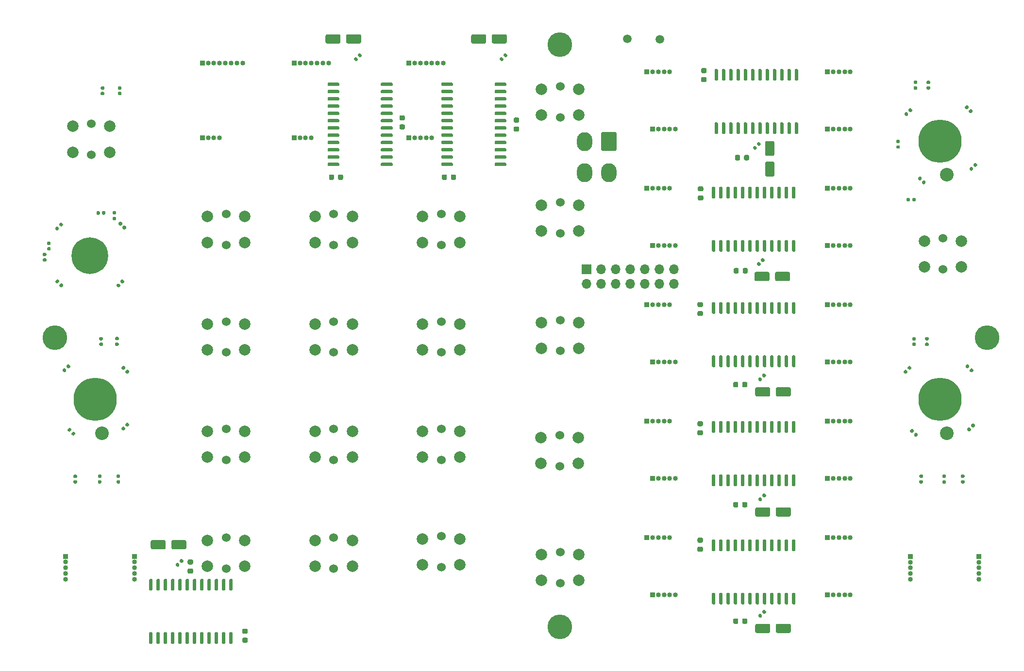
<source format=gbr>
G04 #@! TF.GenerationSoftware,KiCad,Pcbnew,(5.1.9)-1*
G04 #@! TF.CreationDate,2021-02-13T14:24:35-08:00*
G04 #@! TF.ProjectId,ufc_v4_main,7566635f-7634-45f6-9d61-696e2e6b6963,rev?*
G04 #@! TF.SameCoordinates,Original*
G04 #@! TF.FileFunction,Soldermask,Top*
G04 #@! TF.FilePolarity,Negative*
%FSLAX46Y46*%
G04 Gerber Fmt 4.6, Leading zero omitted, Abs format (unit mm)*
G04 Created by KiCad (PCBNEW (5.1.9)-1) date 2021-02-13 14:24:35*
%MOMM*%
%LPD*%
G01*
G04 APERTURE LIST*
%ADD10C,2.381250*%
%ADD11C,7.540752*%
%ADD12C,6.400000*%
%ADD13O,0.850000X0.850000*%
%ADD14R,0.850000X0.850000*%
%ADD15C,4.300000*%
%ADD16C,2.000000*%
%ADD17C,1.524000*%
%ADD18O,2.700000X3.300000*%
%ADD19R,1.700000X1.700000*%
%ADD20O,1.700000X1.700000*%
%ADD21C,1.500000*%
G04 APERTURE END LIST*
D10*
X246100470Y-162136886D03*
D11*
X244853000Y-156268000D03*
D10*
X246100470Y-117052886D03*
D11*
X244853000Y-111184000D03*
D10*
X98780470Y-162136886D03*
D11*
X97533000Y-156268000D03*
G36*
G01*
X219689000Y-98604000D02*
X219989000Y-98604000D01*
G75*
G02*
X220139000Y-98754000I0J-150000D01*
G01*
X220139000Y-100504000D01*
G75*
G02*
X219989000Y-100654000I-150000J0D01*
G01*
X219689000Y-100654000D01*
G75*
G02*
X219539000Y-100504000I0J150000D01*
G01*
X219539000Y-98754000D01*
G75*
G02*
X219689000Y-98604000I150000J0D01*
G01*
G37*
G36*
G01*
X218419000Y-98604000D02*
X218719000Y-98604000D01*
G75*
G02*
X218869000Y-98754000I0J-150000D01*
G01*
X218869000Y-100504000D01*
G75*
G02*
X218719000Y-100654000I-150000J0D01*
G01*
X218419000Y-100654000D01*
G75*
G02*
X218269000Y-100504000I0J150000D01*
G01*
X218269000Y-98754000D01*
G75*
G02*
X218419000Y-98604000I150000J0D01*
G01*
G37*
G36*
G01*
X217149000Y-98604000D02*
X217449000Y-98604000D01*
G75*
G02*
X217599000Y-98754000I0J-150000D01*
G01*
X217599000Y-100504000D01*
G75*
G02*
X217449000Y-100654000I-150000J0D01*
G01*
X217149000Y-100654000D01*
G75*
G02*
X216999000Y-100504000I0J150000D01*
G01*
X216999000Y-98754000D01*
G75*
G02*
X217149000Y-98604000I150000J0D01*
G01*
G37*
G36*
G01*
X215879000Y-98604000D02*
X216179000Y-98604000D01*
G75*
G02*
X216329000Y-98754000I0J-150000D01*
G01*
X216329000Y-100504000D01*
G75*
G02*
X216179000Y-100654000I-150000J0D01*
G01*
X215879000Y-100654000D01*
G75*
G02*
X215729000Y-100504000I0J150000D01*
G01*
X215729000Y-98754000D01*
G75*
G02*
X215879000Y-98604000I150000J0D01*
G01*
G37*
G36*
G01*
X214609000Y-98604000D02*
X214909000Y-98604000D01*
G75*
G02*
X215059000Y-98754000I0J-150000D01*
G01*
X215059000Y-100504000D01*
G75*
G02*
X214909000Y-100654000I-150000J0D01*
G01*
X214609000Y-100654000D01*
G75*
G02*
X214459000Y-100504000I0J150000D01*
G01*
X214459000Y-98754000D01*
G75*
G02*
X214609000Y-98604000I150000J0D01*
G01*
G37*
G36*
G01*
X213339000Y-98604000D02*
X213639000Y-98604000D01*
G75*
G02*
X213789000Y-98754000I0J-150000D01*
G01*
X213789000Y-100504000D01*
G75*
G02*
X213639000Y-100654000I-150000J0D01*
G01*
X213339000Y-100654000D01*
G75*
G02*
X213189000Y-100504000I0J150000D01*
G01*
X213189000Y-98754000D01*
G75*
G02*
X213339000Y-98604000I150000J0D01*
G01*
G37*
G36*
G01*
X212069000Y-98604000D02*
X212369000Y-98604000D01*
G75*
G02*
X212519000Y-98754000I0J-150000D01*
G01*
X212519000Y-100504000D01*
G75*
G02*
X212369000Y-100654000I-150000J0D01*
G01*
X212069000Y-100654000D01*
G75*
G02*
X211919000Y-100504000I0J150000D01*
G01*
X211919000Y-98754000D01*
G75*
G02*
X212069000Y-98604000I150000J0D01*
G01*
G37*
G36*
G01*
X210799000Y-98604000D02*
X211099000Y-98604000D01*
G75*
G02*
X211249000Y-98754000I0J-150000D01*
G01*
X211249000Y-100504000D01*
G75*
G02*
X211099000Y-100654000I-150000J0D01*
G01*
X210799000Y-100654000D01*
G75*
G02*
X210649000Y-100504000I0J150000D01*
G01*
X210649000Y-98754000D01*
G75*
G02*
X210799000Y-98604000I150000J0D01*
G01*
G37*
G36*
G01*
X209529000Y-98604000D02*
X209829000Y-98604000D01*
G75*
G02*
X209979000Y-98754000I0J-150000D01*
G01*
X209979000Y-100504000D01*
G75*
G02*
X209829000Y-100654000I-150000J0D01*
G01*
X209529000Y-100654000D01*
G75*
G02*
X209379000Y-100504000I0J150000D01*
G01*
X209379000Y-98754000D01*
G75*
G02*
X209529000Y-98604000I150000J0D01*
G01*
G37*
G36*
G01*
X208259000Y-98604000D02*
X208559000Y-98604000D01*
G75*
G02*
X208709000Y-98754000I0J-150000D01*
G01*
X208709000Y-100504000D01*
G75*
G02*
X208559000Y-100654000I-150000J0D01*
G01*
X208259000Y-100654000D01*
G75*
G02*
X208109000Y-100504000I0J150000D01*
G01*
X208109000Y-98754000D01*
G75*
G02*
X208259000Y-98604000I150000J0D01*
G01*
G37*
G36*
G01*
X206989000Y-98604000D02*
X207289000Y-98604000D01*
G75*
G02*
X207439000Y-98754000I0J-150000D01*
G01*
X207439000Y-100504000D01*
G75*
G02*
X207289000Y-100654000I-150000J0D01*
G01*
X206989000Y-100654000D01*
G75*
G02*
X206839000Y-100504000I0J150000D01*
G01*
X206839000Y-98754000D01*
G75*
G02*
X206989000Y-98604000I150000J0D01*
G01*
G37*
G36*
G01*
X205719000Y-98604000D02*
X206019000Y-98604000D01*
G75*
G02*
X206169000Y-98754000I0J-150000D01*
G01*
X206169000Y-100504000D01*
G75*
G02*
X206019000Y-100654000I-150000J0D01*
G01*
X205719000Y-100654000D01*
G75*
G02*
X205569000Y-100504000I0J150000D01*
G01*
X205569000Y-98754000D01*
G75*
G02*
X205719000Y-98604000I150000J0D01*
G01*
G37*
G36*
G01*
X205719000Y-107904000D02*
X206019000Y-107904000D01*
G75*
G02*
X206169000Y-108054000I0J-150000D01*
G01*
X206169000Y-109804000D01*
G75*
G02*
X206019000Y-109954000I-150000J0D01*
G01*
X205719000Y-109954000D01*
G75*
G02*
X205569000Y-109804000I0J150000D01*
G01*
X205569000Y-108054000D01*
G75*
G02*
X205719000Y-107904000I150000J0D01*
G01*
G37*
G36*
G01*
X206989000Y-107904000D02*
X207289000Y-107904000D01*
G75*
G02*
X207439000Y-108054000I0J-150000D01*
G01*
X207439000Y-109804000D01*
G75*
G02*
X207289000Y-109954000I-150000J0D01*
G01*
X206989000Y-109954000D01*
G75*
G02*
X206839000Y-109804000I0J150000D01*
G01*
X206839000Y-108054000D01*
G75*
G02*
X206989000Y-107904000I150000J0D01*
G01*
G37*
G36*
G01*
X208259000Y-107904000D02*
X208559000Y-107904000D01*
G75*
G02*
X208709000Y-108054000I0J-150000D01*
G01*
X208709000Y-109804000D01*
G75*
G02*
X208559000Y-109954000I-150000J0D01*
G01*
X208259000Y-109954000D01*
G75*
G02*
X208109000Y-109804000I0J150000D01*
G01*
X208109000Y-108054000D01*
G75*
G02*
X208259000Y-107904000I150000J0D01*
G01*
G37*
G36*
G01*
X209529000Y-107904000D02*
X209829000Y-107904000D01*
G75*
G02*
X209979000Y-108054000I0J-150000D01*
G01*
X209979000Y-109804000D01*
G75*
G02*
X209829000Y-109954000I-150000J0D01*
G01*
X209529000Y-109954000D01*
G75*
G02*
X209379000Y-109804000I0J150000D01*
G01*
X209379000Y-108054000D01*
G75*
G02*
X209529000Y-107904000I150000J0D01*
G01*
G37*
G36*
G01*
X210799000Y-107904000D02*
X211099000Y-107904000D01*
G75*
G02*
X211249000Y-108054000I0J-150000D01*
G01*
X211249000Y-109804000D01*
G75*
G02*
X211099000Y-109954000I-150000J0D01*
G01*
X210799000Y-109954000D01*
G75*
G02*
X210649000Y-109804000I0J150000D01*
G01*
X210649000Y-108054000D01*
G75*
G02*
X210799000Y-107904000I150000J0D01*
G01*
G37*
G36*
G01*
X212069000Y-107904000D02*
X212369000Y-107904000D01*
G75*
G02*
X212519000Y-108054000I0J-150000D01*
G01*
X212519000Y-109804000D01*
G75*
G02*
X212369000Y-109954000I-150000J0D01*
G01*
X212069000Y-109954000D01*
G75*
G02*
X211919000Y-109804000I0J150000D01*
G01*
X211919000Y-108054000D01*
G75*
G02*
X212069000Y-107904000I150000J0D01*
G01*
G37*
G36*
G01*
X213339000Y-107904000D02*
X213639000Y-107904000D01*
G75*
G02*
X213789000Y-108054000I0J-150000D01*
G01*
X213789000Y-109804000D01*
G75*
G02*
X213639000Y-109954000I-150000J0D01*
G01*
X213339000Y-109954000D01*
G75*
G02*
X213189000Y-109804000I0J150000D01*
G01*
X213189000Y-108054000D01*
G75*
G02*
X213339000Y-107904000I150000J0D01*
G01*
G37*
G36*
G01*
X214609000Y-107904000D02*
X214909000Y-107904000D01*
G75*
G02*
X215059000Y-108054000I0J-150000D01*
G01*
X215059000Y-109804000D01*
G75*
G02*
X214909000Y-109954000I-150000J0D01*
G01*
X214609000Y-109954000D01*
G75*
G02*
X214459000Y-109804000I0J150000D01*
G01*
X214459000Y-108054000D01*
G75*
G02*
X214609000Y-107904000I150000J0D01*
G01*
G37*
G36*
G01*
X215879000Y-107904000D02*
X216179000Y-107904000D01*
G75*
G02*
X216329000Y-108054000I0J-150000D01*
G01*
X216329000Y-109804000D01*
G75*
G02*
X216179000Y-109954000I-150000J0D01*
G01*
X215879000Y-109954000D01*
G75*
G02*
X215729000Y-109804000I0J150000D01*
G01*
X215729000Y-108054000D01*
G75*
G02*
X215879000Y-107904000I150000J0D01*
G01*
G37*
G36*
G01*
X217149000Y-107904000D02*
X217449000Y-107904000D01*
G75*
G02*
X217599000Y-108054000I0J-150000D01*
G01*
X217599000Y-109804000D01*
G75*
G02*
X217449000Y-109954000I-150000J0D01*
G01*
X217149000Y-109954000D01*
G75*
G02*
X216999000Y-109804000I0J150000D01*
G01*
X216999000Y-108054000D01*
G75*
G02*
X217149000Y-107904000I150000J0D01*
G01*
G37*
G36*
G01*
X218419000Y-107904000D02*
X218719000Y-107904000D01*
G75*
G02*
X218869000Y-108054000I0J-150000D01*
G01*
X218869000Y-109804000D01*
G75*
G02*
X218719000Y-109954000I-150000J0D01*
G01*
X218419000Y-109954000D01*
G75*
G02*
X218269000Y-109804000I0J150000D01*
G01*
X218269000Y-108054000D01*
G75*
G02*
X218419000Y-107904000I150000J0D01*
G01*
G37*
G36*
G01*
X219689000Y-107904000D02*
X219989000Y-107904000D01*
G75*
G02*
X220139000Y-108054000I0J-150000D01*
G01*
X220139000Y-109804000D01*
G75*
G02*
X219989000Y-109954000I-150000J0D01*
G01*
X219689000Y-109954000D01*
G75*
G02*
X219539000Y-109804000I0J150000D01*
G01*
X219539000Y-108054000D01*
G75*
G02*
X219689000Y-107904000I150000J0D01*
G01*
G37*
D12*
X96644000Y-131186000D03*
G36*
G01*
X214650000Y-114779000D02*
X215750000Y-114779000D01*
G75*
G02*
X216000000Y-115029000I0J-250000D01*
G01*
X216000000Y-117129000D01*
G75*
G02*
X215750000Y-117379000I-250000J0D01*
G01*
X214650000Y-117379000D01*
G75*
G02*
X214400000Y-117129000I0J250000D01*
G01*
X214400000Y-115029000D01*
G75*
G02*
X214650000Y-114779000I250000J0D01*
G01*
G37*
G36*
G01*
X214650000Y-111179000D02*
X215750000Y-111179000D01*
G75*
G02*
X216000000Y-111429000I0J-250000D01*
G01*
X216000000Y-113529000D01*
G75*
G02*
X215750000Y-113779000I-250000J0D01*
G01*
X214650000Y-113779000D01*
G75*
G02*
X214400000Y-113529000I0J250000D01*
G01*
X214400000Y-111429000D01*
G75*
G02*
X214650000Y-111179000I250000J0D01*
G01*
G37*
G36*
G01*
X213379567Y-111355481D02*
X213623519Y-111599433D01*
G75*
G02*
X213623519Y-111808029I-104298J-104298D01*
G01*
X213414923Y-112016625D01*
G75*
G02*
X213206327Y-112016625I-104298J104298D01*
G01*
X212962375Y-111772673D01*
G75*
G02*
X212962375Y-111564077I104298J104298D01*
G01*
X213170971Y-111355481D01*
G75*
G02*
X213379567Y-111355481I104298J-104298D01*
G01*
G37*
G36*
G01*
X212693673Y-112041375D02*
X212937625Y-112285327D01*
G75*
G02*
X212937625Y-112493923I-104298J-104298D01*
G01*
X212729029Y-112702519D01*
G75*
G02*
X212520433Y-112702519I-104298J104298D01*
G01*
X212276481Y-112458567D01*
G75*
G02*
X212276481Y-112249971I104298J104298D01*
G01*
X212485077Y-112041375D01*
G75*
G02*
X212693673Y-112041375I104298J-104298D01*
G01*
G37*
G36*
G01*
X212539000Y-135370000D02*
X212539000Y-134270000D01*
G75*
G02*
X212789000Y-134020000I250000J0D01*
G01*
X214889000Y-134020000D01*
G75*
G02*
X215139000Y-134270000I0J-250000D01*
G01*
X215139000Y-135370000D01*
G75*
G02*
X214889000Y-135620000I-250000J0D01*
G01*
X212789000Y-135620000D01*
G75*
G02*
X212539000Y-135370000I0J250000D01*
G01*
G37*
G36*
G01*
X216139000Y-135370000D02*
X216139000Y-134270000D01*
G75*
G02*
X216389000Y-134020000I250000J0D01*
G01*
X218489000Y-134020000D01*
G75*
G02*
X218739000Y-134270000I0J-250000D01*
G01*
X218739000Y-135370000D01*
G75*
G02*
X218489000Y-135620000I-250000J0D01*
G01*
X216389000Y-135620000D01*
G75*
G02*
X216139000Y-135370000I0J250000D01*
G01*
G37*
G36*
G01*
X213895327Y-132307625D02*
X213651375Y-132063673D01*
G75*
G02*
X213651375Y-131855077I104298J104298D01*
G01*
X213859971Y-131646481D01*
G75*
G02*
X214068567Y-131646481I104298J-104298D01*
G01*
X214312519Y-131890433D01*
G75*
G02*
X214312519Y-132099029I-104298J-104298D01*
G01*
X214103923Y-132307625D01*
G75*
G02*
X213895327Y-132307625I-104298J104298D01*
G01*
G37*
G36*
G01*
X213209433Y-132993519D02*
X212965481Y-132749567D01*
G75*
G02*
X212965481Y-132540971I104298J104298D01*
G01*
X213174077Y-132332375D01*
G75*
G02*
X213382673Y-132332375I104298J-104298D01*
G01*
X213626625Y-132576327D01*
G75*
G02*
X213626625Y-132784923I-104298J-104298D01*
G01*
X213418029Y-132993519D01*
G75*
G02*
X213209433Y-132993519I-104298J104298D01*
G01*
G37*
G36*
G01*
X212668000Y-155506000D02*
X212668000Y-154406000D01*
G75*
G02*
X212918000Y-154156000I250000J0D01*
G01*
X215018000Y-154156000D01*
G75*
G02*
X215268000Y-154406000I0J-250000D01*
G01*
X215268000Y-155506000D01*
G75*
G02*
X215018000Y-155756000I-250000J0D01*
G01*
X212918000Y-155756000D01*
G75*
G02*
X212668000Y-155506000I0J250000D01*
G01*
G37*
G36*
G01*
X216268000Y-155506000D02*
X216268000Y-154406000D01*
G75*
G02*
X216518000Y-154156000I250000J0D01*
G01*
X218618000Y-154156000D01*
G75*
G02*
X218868000Y-154406000I0J-250000D01*
G01*
X218868000Y-155506000D01*
G75*
G02*
X218618000Y-155756000I-250000J0D01*
G01*
X216518000Y-155756000D01*
G75*
G02*
X216268000Y-155506000I0J250000D01*
G01*
G37*
G36*
G01*
X214119327Y-152403625D02*
X213875375Y-152159673D01*
G75*
G02*
X213875375Y-151951077I104298J104298D01*
G01*
X214083971Y-151742481D01*
G75*
G02*
X214292567Y-151742481I104298J-104298D01*
G01*
X214536519Y-151986433D01*
G75*
G02*
X214536519Y-152195029I-104298J-104298D01*
G01*
X214327923Y-152403625D01*
G75*
G02*
X214119327Y-152403625I-104298J104298D01*
G01*
G37*
G36*
G01*
X213433433Y-153089519D02*
X213189481Y-152845567D01*
G75*
G02*
X213189481Y-152636971I104298J104298D01*
G01*
X213398077Y-152428375D01*
G75*
G02*
X213606673Y-152428375I104298J-104298D01*
G01*
X213850625Y-152672327D01*
G75*
G02*
X213850625Y-152880923I-104298J-104298D01*
G01*
X213642029Y-153089519D01*
G75*
G02*
X213433433Y-153089519I-104298J104298D01*
G01*
G37*
G36*
G01*
X216268000Y-176461000D02*
X216268000Y-175361000D01*
G75*
G02*
X216518000Y-175111000I250000J0D01*
G01*
X218618000Y-175111000D01*
G75*
G02*
X218868000Y-175361000I0J-250000D01*
G01*
X218868000Y-176461000D01*
G75*
G02*
X218618000Y-176711000I-250000J0D01*
G01*
X216518000Y-176711000D01*
G75*
G02*
X216268000Y-176461000I0J250000D01*
G01*
G37*
G36*
G01*
X212668000Y-176461000D02*
X212668000Y-175361000D01*
G75*
G02*
X212918000Y-175111000I250000J0D01*
G01*
X215018000Y-175111000D01*
G75*
G02*
X215268000Y-175361000I0J-250000D01*
G01*
X215268000Y-176461000D01*
G75*
G02*
X215018000Y-176711000I-250000J0D01*
G01*
X212918000Y-176711000D01*
G75*
G02*
X212668000Y-176461000I0J250000D01*
G01*
G37*
G36*
G01*
X213433433Y-174044519D02*
X213189481Y-173800567D01*
G75*
G02*
X213189481Y-173591971I104298J104298D01*
G01*
X213398077Y-173383375D01*
G75*
G02*
X213606673Y-173383375I104298J-104298D01*
G01*
X213850625Y-173627327D01*
G75*
G02*
X213850625Y-173835923I-104298J-104298D01*
G01*
X213642029Y-174044519D01*
G75*
G02*
X213433433Y-174044519I-104298J104298D01*
G01*
G37*
G36*
G01*
X214119327Y-173358625D02*
X213875375Y-173114673D01*
G75*
G02*
X213875375Y-172906077I104298J104298D01*
G01*
X214083971Y-172697481D01*
G75*
G02*
X214292567Y-172697481I104298J-104298D01*
G01*
X214536519Y-172941433D01*
G75*
G02*
X214536519Y-173150029I-104298J-104298D01*
G01*
X214327923Y-173358625D01*
G75*
G02*
X214119327Y-173358625I-104298J104298D01*
G01*
G37*
G36*
G01*
X212668000Y-196781000D02*
X212668000Y-195681000D01*
G75*
G02*
X212918000Y-195431000I250000J0D01*
G01*
X215018000Y-195431000D01*
G75*
G02*
X215268000Y-195681000I0J-250000D01*
G01*
X215268000Y-196781000D01*
G75*
G02*
X215018000Y-197031000I-250000J0D01*
G01*
X212918000Y-197031000D01*
G75*
G02*
X212668000Y-196781000I0J250000D01*
G01*
G37*
G36*
G01*
X216268000Y-196781000D02*
X216268000Y-195681000D01*
G75*
G02*
X216518000Y-195431000I250000J0D01*
G01*
X218618000Y-195431000D01*
G75*
G02*
X218868000Y-195681000I0J-250000D01*
G01*
X218868000Y-196781000D01*
G75*
G02*
X218618000Y-197031000I-250000J0D01*
G01*
X216518000Y-197031000D01*
G75*
G02*
X216268000Y-196781000I0J250000D01*
G01*
G37*
G36*
G01*
X214119327Y-193678625D02*
X213875375Y-193434673D01*
G75*
G02*
X213875375Y-193226077I104298J104298D01*
G01*
X214083971Y-193017481D01*
G75*
G02*
X214292567Y-193017481I104298J-104298D01*
G01*
X214536519Y-193261433D01*
G75*
G02*
X214536519Y-193470029I-104298J-104298D01*
G01*
X214327923Y-193678625D01*
G75*
G02*
X214119327Y-193678625I-104298J104298D01*
G01*
G37*
G36*
G01*
X213433433Y-194364519D02*
X213189481Y-194120567D01*
G75*
G02*
X213189481Y-193911971I104298J104298D01*
G01*
X213398077Y-193703375D01*
G75*
G02*
X213606673Y-193703375I104298J-104298D01*
G01*
X213850625Y-193947327D01*
G75*
G02*
X213850625Y-194155923I-104298J-104298D01*
G01*
X213642029Y-194364519D01*
G75*
G02*
X213433433Y-194364519I-104298J104298D01*
G01*
G37*
G36*
G01*
X109858000Y-181076000D02*
X109858000Y-182176000D01*
G75*
G02*
X109608000Y-182426000I-250000J0D01*
G01*
X107508000Y-182426000D01*
G75*
G02*
X107258000Y-182176000I0J250000D01*
G01*
X107258000Y-181076000D01*
G75*
G02*
X107508000Y-180826000I250000J0D01*
G01*
X109608000Y-180826000D01*
G75*
G02*
X109858000Y-181076000I0J-250000D01*
G01*
G37*
G36*
G01*
X113458000Y-181076000D02*
X113458000Y-182176000D01*
G75*
G02*
X113208000Y-182426000I-250000J0D01*
G01*
X111108000Y-182426000D01*
G75*
G02*
X110858000Y-182176000I0J250000D01*
G01*
X110858000Y-181076000D01*
G75*
G02*
X111108000Y-180826000I250000J0D01*
G01*
X113208000Y-180826000D01*
G75*
G02*
X113458000Y-181076000I0J-250000D01*
G01*
G37*
G36*
G01*
X112692567Y-184127481D02*
X112936519Y-184371433D01*
G75*
G02*
X112936519Y-184580029I-104298J-104298D01*
G01*
X112727923Y-184788625D01*
G75*
G02*
X112519327Y-184788625I-104298J104298D01*
G01*
X112275375Y-184544673D01*
G75*
G02*
X112275375Y-184336077I104298J104298D01*
G01*
X112483971Y-184127481D01*
G75*
G02*
X112692567Y-184127481I104298J-104298D01*
G01*
G37*
G36*
G01*
X112006673Y-184813375D02*
X112250625Y-185057327D01*
G75*
G02*
X112250625Y-185265923I-104298J-104298D01*
G01*
X112042029Y-185474519D01*
G75*
G02*
X111833433Y-185474519I-104298J104298D01*
G01*
X111589481Y-185230567D01*
G75*
G02*
X111589481Y-185021971I104298J104298D01*
G01*
X111798077Y-184813375D01*
G75*
G02*
X112006673Y-184813375I104298J-104298D01*
G01*
G37*
G36*
G01*
X143938000Y-92811000D02*
X143938000Y-93911000D01*
G75*
G02*
X143688000Y-94161000I-250000J0D01*
G01*
X141588000Y-94161000D01*
G75*
G02*
X141338000Y-93911000I0J250000D01*
G01*
X141338000Y-92811000D01*
G75*
G02*
X141588000Y-92561000I250000J0D01*
G01*
X143688000Y-92561000D01*
G75*
G02*
X143938000Y-92811000I0J-250000D01*
G01*
G37*
G36*
G01*
X140338000Y-92811000D02*
X140338000Y-93911000D01*
G75*
G02*
X140088000Y-94161000I-250000J0D01*
G01*
X137988000Y-94161000D01*
G75*
G02*
X137738000Y-93911000I0J250000D01*
G01*
X137738000Y-92811000D01*
G75*
G02*
X137988000Y-92561000I250000J0D01*
G01*
X140088000Y-92561000D01*
G75*
G02*
X140338000Y-92811000I0J-250000D01*
G01*
G37*
G36*
G01*
X143121673Y-96548375D02*
X143365625Y-96792327D01*
G75*
G02*
X143365625Y-97000923I-104298J-104298D01*
G01*
X143157029Y-97209519D01*
G75*
G02*
X142948433Y-97209519I-104298J104298D01*
G01*
X142704481Y-96965567D01*
G75*
G02*
X142704481Y-96756971I104298J104298D01*
G01*
X142913077Y-96548375D01*
G75*
G02*
X143121673Y-96548375I104298J-104298D01*
G01*
G37*
G36*
G01*
X143807567Y-95862481D02*
X144051519Y-96106433D01*
G75*
G02*
X144051519Y-96315029I-104298J-104298D01*
G01*
X143842923Y-96523625D01*
G75*
G02*
X143634327Y-96523625I-104298J104298D01*
G01*
X143390375Y-96279673D01*
G75*
G02*
X143390375Y-96071077I104298J104298D01*
G01*
X143598971Y-95862481D01*
G75*
G02*
X143807567Y-95862481I104298J-104298D01*
G01*
G37*
G36*
G01*
X165738000Y-92811000D02*
X165738000Y-93911000D01*
G75*
G02*
X165488000Y-94161000I-250000J0D01*
G01*
X163388000Y-94161000D01*
G75*
G02*
X163138000Y-93911000I0J250000D01*
G01*
X163138000Y-92811000D01*
G75*
G02*
X163388000Y-92561000I250000J0D01*
G01*
X165488000Y-92561000D01*
G75*
G02*
X165738000Y-92811000I0J-250000D01*
G01*
G37*
G36*
G01*
X169338000Y-92811000D02*
X169338000Y-93911000D01*
G75*
G02*
X169088000Y-94161000I-250000J0D01*
G01*
X166988000Y-94161000D01*
G75*
G02*
X166738000Y-93911000I0J250000D01*
G01*
X166738000Y-92811000D01*
G75*
G02*
X166988000Y-92561000I250000J0D01*
G01*
X169088000Y-92561000D01*
G75*
G02*
X169338000Y-92811000I0J-250000D01*
G01*
G37*
G36*
G01*
X169207567Y-95862481D02*
X169451519Y-96106433D01*
G75*
G02*
X169451519Y-96315029I-104298J-104298D01*
G01*
X169242923Y-96523625D01*
G75*
G02*
X169034327Y-96523625I-104298J104298D01*
G01*
X168790375Y-96279673D01*
G75*
G02*
X168790375Y-96071077I104298J104298D01*
G01*
X168998971Y-95862481D01*
G75*
G02*
X169207567Y-95862481I104298J-104298D01*
G01*
G37*
G36*
G01*
X168521673Y-96548375D02*
X168765625Y-96792327D01*
G75*
G02*
X168765625Y-97000923I-104298J-104298D01*
G01*
X168557029Y-97209519D01*
G75*
G02*
X168348433Y-97209519I-104298J104298D01*
G01*
X168104481Y-96965567D01*
G75*
G02*
X168104481Y-96756971I104298J104298D01*
G01*
X168313077Y-96548375D01*
G75*
G02*
X168521673Y-96548375I104298J-104298D01*
G01*
G37*
G36*
G01*
X99025400Y-102226000D02*
X98680400Y-102226000D01*
G75*
G02*
X98532900Y-102078500I0J147500D01*
G01*
X98532900Y-101783500D01*
G75*
G02*
X98680400Y-101636000I147500J0D01*
G01*
X99025400Y-101636000D01*
G75*
G02*
X99172900Y-101783500I0J-147500D01*
G01*
X99172900Y-102078500D01*
G75*
G02*
X99025400Y-102226000I-147500J0D01*
G01*
G37*
G36*
G01*
X99025400Y-103196000D02*
X98680400Y-103196000D01*
G75*
G02*
X98532900Y-103048500I0J147500D01*
G01*
X98532900Y-102753500D01*
G75*
G02*
X98680400Y-102606000I147500J0D01*
G01*
X99025400Y-102606000D01*
G75*
G02*
X99172900Y-102753500I0J-147500D01*
G01*
X99172900Y-103048500D01*
G75*
G02*
X99025400Y-103196000I-147500J0D01*
G01*
G37*
G36*
G01*
X102025500Y-103196000D02*
X101680500Y-103196000D01*
G75*
G02*
X101533000Y-103048500I0J147500D01*
G01*
X101533000Y-102753500D01*
G75*
G02*
X101680500Y-102606000I147500J0D01*
G01*
X102025500Y-102606000D01*
G75*
G02*
X102173000Y-102753500I0J-147500D01*
G01*
X102173000Y-103048500D01*
G75*
G02*
X102025500Y-103196000I-147500J0D01*
G01*
G37*
G36*
G01*
X102025500Y-102226000D02*
X101680500Y-102226000D01*
G75*
G02*
X101533000Y-102078500I0J147500D01*
G01*
X101533000Y-101783500D01*
G75*
G02*
X101680500Y-101636000I147500J0D01*
G01*
X102025500Y-101636000D01*
G75*
G02*
X102173000Y-101783500I0J-147500D01*
G01*
X102173000Y-102078500D01*
G75*
G02*
X102025500Y-102226000I-147500J0D01*
G01*
G37*
G36*
G01*
X98762900Y-123898500D02*
X98762900Y-123553500D01*
G75*
G02*
X98910400Y-123406000I147500J0D01*
G01*
X99205400Y-123406000D01*
G75*
G02*
X99352900Y-123553500I0J-147500D01*
G01*
X99352900Y-123898500D01*
G75*
G02*
X99205400Y-124046000I-147500J0D01*
G01*
X98910400Y-124046000D01*
G75*
G02*
X98762900Y-123898500I0J147500D01*
G01*
G37*
G36*
G01*
X97792900Y-123898500D02*
X97792900Y-123553500D01*
G75*
G02*
X97940400Y-123406000I147500J0D01*
G01*
X98235400Y-123406000D01*
G75*
G02*
X98382900Y-123553500I0J-147500D01*
G01*
X98382900Y-123898500D01*
G75*
G02*
X98235400Y-124046000I-147500J0D01*
G01*
X97940400Y-124046000D01*
G75*
G02*
X97792900Y-123898500I0J147500D01*
G01*
G37*
G36*
G01*
X100740500Y-123426000D02*
X101085500Y-123426000D01*
G75*
G02*
X101233000Y-123573500I0J-147500D01*
G01*
X101233000Y-123868500D01*
G75*
G02*
X101085500Y-124016000I-147500J0D01*
G01*
X100740500Y-124016000D01*
G75*
G02*
X100593000Y-123868500I0J147500D01*
G01*
X100593000Y-123573500D01*
G75*
G02*
X100740500Y-123426000I147500J0D01*
G01*
G37*
G36*
G01*
X100740500Y-124396000D02*
X101085500Y-124396000D01*
G75*
G02*
X101233000Y-124543500I0J-147500D01*
G01*
X101233000Y-124838500D01*
G75*
G02*
X101085500Y-124986000I-147500J0D01*
G01*
X100740500Y-124986000D01*
G75*
G02*
X100593000Y-124838500I0J147500D01*
G01*
X100593000Y-124543500D01*
G75*
G02*
X100740500Y-124396000I147500J0D01*
G01*
G37*
G36*
G01*
X91012573Y-126102375D02*
X91256525Y-126346327D01*
G75*
G02*
X91256525Y-126554923I-104298J-104298D01*
G01*
X91047929Y-126763519D01*
G75*
G02*
X90839333Y-126763519I-104298J104298D01*
G01*
X90595381Y-126519567D01*
G75*
G02*
X90595381Y-126310971I104298J104298D01*
G01*
X90803977Y-126102375D01*
G75*
G02*
X91012573Y-126102375I104298J-104298D01*
G01*
G37*
G36*
G01*
X91698467Y-125416481D02*
X91942419Y-125660433D01*
G75*
G02*
X91942419Y-125869029I-104298J-104298D01*
G01*
X91733823Y-126077625D01*
G75*
G02*
X91525227Y-126077625I-104298J104298D01*
G01*
X91281275Y-125833673D01*
G75*
G02*
X91281275Y-125625077I104298J104298D01*
G01*
X91489871Y-125416481D01*
G75*
G02*
X91698467Y-125416481I104298J-104298D01*
G01*
G37*
G36*
G01*
X102966519Y-126345567D02*
X102722567Y-126589519D01*
G75*
G02*
X102513971Y-126589519I-104298J104298D01*
G01*
X102305375Y-126380923D01*
G75*
G02*
X102305375Y-126172327I104298J104298D01*
G01*
X102549327Y-125928375D01*
G75*
G02*
X102757923Y-125928375I104298J-104298D01*
G01*
X102966519Y-126136971D01*
G75*
G02*
X102966519Y-126345567I-104298J-104298D01*
G01*
G37*
G36*
G01*
X102280625Y-125659673D02*
X102036673Y-125903625D01*
G75*
G02*
X101828077Y-125903625I-104298J104298D01*
G01*
X101619481Y-125695029D01*
G75*
G02*
X101619481Y-125486433I104298J104298D01*
G01*
X101863433Y-125242481D01*
G75*
G02*
X102072029Y-125242481I104298J-104298D01*
G01*
X102280625Y-125451077D01*
G75*
G02*
X102280625Y-125659673I-104298J-104298D01*
G01*
G37*
G36*
G01*
X91310375Y-136273327D02*
X91554327Y-136029375D01*
G75*
G02*
X91762923Y-136029375I104298J-104298D01*
G01*
X91971519Y-136237971D01*
G75*
G02*
X91971519Y-136446567I-104298J-104298D01*
G01*
X91727567Y-136690519D01*
G75*
G02*
X91518971Y-136690519I-104298J104298D01*
G01*
X91310375Y-136481923D01*
G75*
G02*
X91310375Y-136273327I104298J104298D01*
G01*
G37*
G36*
G01*
X90624481Y-135587433D02*
X90868433Y-135343481D01*
G75*
G02*
X91077029Y-135343481I104298J-104298D01*
G01*
X91285625Y-135552077D01*
G75*
G02*
X91285625Y-135760673I-104298J-104298D01*
G01*
X91041673Y-136004625D01*
G75*
G02*
X90833077Y-136004625I-104298J104298D01*
G01*
X90624481Y-135796029D01*
G75*
G02*
X90624481Y-135587433I104298J104298D01*
G01*
G37*
G36*
G01*
X101528433Y-136720519D02*
X101284481Y-136476567D01*
G75*
G02*
X101284481Y-136267971I104298J104298D01*
G01*
X101493077Y-136059375D01*
G75*
G02*
X101701673Y-136059375I104298J-104298D01*
G01*
X101945625Y-136303327D01*
G75*
G02*
X101945625Y-136511923I-104298J-104298D01*
G01*
X101737029Y-136720519D01*
G75*
G02*
X101528433Y-136720519I-104298J104298D01*
G01*
G37*
G36*
G01*
X102214327Y-136034625D02*
X101970375Y-135790673D01*
G75*
G02*
X101970375Y-135582077I104298J104298D01*
G01*
X102178971Y-135373481D01*
G75*
G02*
X102387567Y-135373481I104298J-104298D01*
G01*
X102631519Y-135617433D01*
G75*
G02*
X102631519Y-135826029I-104298J-104298D01*
G01*
X102422923Y-136034625D01*
G75*
G02*
X102214327Y-136034625I-104298J104298D01*
G01*
G37*
G36*
G01*
X239663000Y-121243500D02*
X239663000Y-121588500D01*
G75*
G02*
X239515500Y-121736000I-147500J0D01*
G01*
X239220500Y-121736000D01*
G75*
G02*
X239073000Y-121588500I0J147500D01*
G01*
X239073000Y-121243500D01*
G75*
G02*
X239220500Y-121096000I147500J0D01*
G01*
X239515500Y-121096000D01*
G75*
G02*
X239663000Y-121243500I0J-147500D01*
G01*
G37*
G36*
G01*
X240633000Y-121243500D02*
X240633000Y-121588500D01*
G75*
G02*
X240485500Y-121736000I-147500J0D01*
G01*
X240190500Y-121736000D01*
G75*
G02*
X240043000Y-121588500I0J147500D01*
G01*
X240043000Y-121243500D01*
G75*
G02*
X240190500Y-121096000I147500J0D01*
G01*
X240485500Y-121096000D01*
G75*
G02*
X240633000Y-121243500I0J-147500D01*
G01*
G37*
G36*
G01*
X98430400Y-146356000D02*
X98775400Y-146356000D01*
G75*
G02*
X98922900Y-146503500I0J-147500D01*
G01*
X98922900Y-146798500D01*
G75*
G02*
X98775400Y-146946000I-147500J0D01*
G01*
X98430400Y-146946000D01*
G75*
G02*
X98282900Y-146798500I0J147500D01*
G01*
X98282900Y-146503500D01*
G75*
G02*
X98430400Y-146356000I147500J0D01*
G01*
G37*
G36*
G01*
X98430400Y-145386000D02*
X98775400Y-145386000D01*
G75*
G02*
X98922900Y-145533500I0J-147500D01*
G01*
X98922900Y-145828500D01*
G75*
G02*
X98775400Y-145976000I-147500J0D01*
G01*
X98430400Y-145976000D01*
G75*
G02*
X98282900Y-145828500I0J147500D01*
G01*
X98282900Y-145533500D01*
G75*
G02*
X98430400Y-145386000I147500J0D01*
G01*
G37*
G36*
G01*
X101180500Y-145371000D02*
X101525500Y-145371000D01*
G75*
G02*
X101673000Y-145518500I0J-147500D01*
G01*
X101673000Y-145813500D01*
G75*
G02*
X101525500Y-145961000I-147500J0D01*
G01*
X101180500Y-145961000D01*
G75*
G02*
X101033000Y-145813500I0J147500D01*
G01*
X101033000Y-145518500D01*
G75*
G02*
X101180500Y-145371000I147500J0D01*
G01*
G37*
G36*
G01*
X101180500Y-146341000D02*
X101525500Y-146341000D01*
G75*
G02*
X101673000Y-146488500I0J-147500D01*
G01*
X101673000Y-146783500D01*
G75*
G02*
X101525500Y-146931000I-147500J0D01*
G01*
X101180500Y-146931000D01*
G75*
G02*
X101033000Y-146783500I0J147500D01*
G01*
X101033000Y-146488500D01*
G75*
G02*
X101180500Y-146341000I147500J0D01*
G01*
G37*
G36*
G01*
X92282573Y-150867375D02*
X92526525Y-151111327D01*
G75*
G02*
X92526525Y-151319923I-104298J-104298D01*
G01*
X92317929Y-151528519D01*
G75*
G02*
X92109333Y-151528519I-104298J104298D01*
G01*
X91865381Y-151284567D01*
G75*
G02*
X91865381Y-151075971I104298J104298D01*
G01*
X92073977Y-150867375D01*
G75*
G02*
X92282573Y-150867375I104298J-104298D01*
G01*
G37*
G36*
G01*
X92968467Y-150181481D02*
X93212419Y-150425433D01*
G75*
G02*
X93212419Y-150634029I-104298J-104298D01*
G01*
X93003823Y-150842625D01*
G75*
G02*
X92795227Y-150842625I-104298J104298D01*
G01*
X92551275Y-150598673D01*
G75*
G02*
X92551275Y-150390077I104298J104298D01*
G01*
X92759871Y-150181481D01*
G75*
G02*
X92968467Y-150181481I104298J-104298D01*
G01*
G37*
G36*
G01*
X240775500Y-102196000D02*
X240430500Y-102196000D01*
G75*
G02*
X240283000Y-102048500I0J147500D01*
G01*
X240283000Y-101753500D01*
G75*
G02*
X240430500Y-101606000I147500J0D01*
G01*
X240775500Y-101606000D01*
G75*
G02*
X240923000Y-101753500I0J-147500D01*
G01*
X240923000Y-102048500D01*
G75*
G02*
X240775500Y-102196000I-147500J0D01*
G01*
G37*
G36*
G01*
X240775500Y-101226000D02*
X240430500Y-101226000D01*
G75*
G02*
X240283000Y-101078500I0J147500D01*
G01*
X240283000Y-100783500D01*
G75*
G02*
X240430500Y-100636000I147500J0D01*
G01*
X240775500Y-100636000D01*
G75*
G02*
X240923000Y-100783500I0J-147500D01*
G01*
X240923000Y-101078500D01*
G75*
G02*
X240775500Y-101226000I-147500J0D01*
G01*
G37*
G36*
G01*
X243025500Y-101226000D02*
X242680500Y-101226000D01*
G75*
G02*
X242533000Y-101078500I0J147500D01*
G01*
X242533000Y-100783500D01*
G75*
G02*
X242680500Y-100636000I147500J0D01*
G01*
X243025500Y-100636000D01*
G75*
G02*
X243173000Y-100783500I0J-147500D01*
G01*
X243173000Y-101078500D01*
G75*
G02*
X243025500Y-101226000I-147500J0D01*
G01*
G37*
G36*
G01*
X243025500Y-102196000D02*
X242680500Y-102196000D01*
G75*
G02*
X242533000Y-102048500I0J147500D01*
G01*
X242533000Y-101753500D01*
G75*
G02*
X242680500Y-101606000I147500J0D01*
G01*
X243025500Y-101606000D01*
G75*
G02*
X243173000Y-101753500I0J-147500D01*
G01*
X243173000Y-102048500D01*
G75*
G02*
X243025500Y-102196000I-147500J0D01*
G01*
G37*
G36*
G01*
X239780567Y-105477481D02*
X240024519Y-105721433D01*
G75*
G02*
X240024519Y-105930029I-104298J-104298D01*
G01*
X239815923Y-106138625D01*
G75*
G02*
X239607327Y-106138625I-104298J104298D01*
G01*
X239363375Y-105894673D01*
G75*
G02*
X239363375Y-105686077I104298J104298D01*
G01*
X239571971Y-105477481D01*
G75*
G02*
X239780567Y-105477481I104298J-104298D01*
G01*
G37*
G36*
G01*
X239094673Y-106163375D02*
X239338625Y-106407327D01*
G75*
G02*
X239338625Y-106615923I-104298J-104298D01*
G01*
X239130029Y-106824519D01*
G75*
G02*
X238921433Y-106824519I-104298J104298D01*
G01*
X238677481Y-106580567D01*
G75*
G02*
X238677481Y-106371971I104298J104298D01*
G01*
X238886077Y-106163375D01*
G75*
G02*
X239094673Y-106163375I104298J-104298D01*
G01*
G37*
G36*
G01*
X103499519Y-151538567D02*
X103255567Y-151782519D01*
G75*
G02*
X103046971Y-151782519I-104298J104298D01*
G01*
X102838375Y-151573923D01*
G75*
G02*
X102838375Y-151365327I104298J104298D01*
G01*
X103082327Y-151121375D01*
G75*
G02*
X103290923Y-151121375I104298J-104298D01*
G01*
X103499519Y-151329971D01*
G75*
G02*
X103499519Y-151538567I-104298J-104298D01*
G01*
G37*
G36*
G01*
X102813625Y-150852673D02*
X102569673Y-151096625D01*
G75*
G02*
X102361077Y-151096625I-104298J104298D01*
G01*
X102152481Y-150888029D01*
G75*
G02*
X102152481Y-150679433I104298J104298D01*
G01*
X102396433Y-150435481D01*
G75*
G02*
X102605029Y-150435481I104298J-104298D01*
G01*
X102813625Y-150644077D01*
G75*
G02*
X102813625Y-150852673I-104298J-104298D01*
G01*
G37*
G36*
G01*
X102396433Y-161688519D02*
X102152481Y-161444567D01*
G75*
G02*
X102152481Y-161235971I104298J104298D01*
G01*
X102361077Y-161027375D01*
G75*
G02*
X102569673Y-161027375I104298J-104298D01*
G01*
X102813625Y-161271327D01*
G75*
G02*
X102813625Y-161479923I-104298J-104298D01*
G01*
X102605029Y-161688519D01*
G75*
G02*
X102396433Y-161688519I-104298J104298D01*
G01*
G37*
G36*
G01*
X103082327Y-161002625D02*
X102838375Y-160758673D01*
G75*
G02*
X102838375Y-160550077I104298J104298D01*
G01*
X103046971Y-160341481D01*
G75*
G02*
X103255567Y-160341481I104298J-104298D01*
G01*
X103499519Y-160585433D01*
G75*
G02*
X103499519Y-160794029I-104298J-104298D01*
G01*
X103290923Y-161002625D01*
G75*
G02*
X103082327Y-161002625I-104298J104298D01*
G01*
G37*
G36*
G01*
X93440275Y-162160327D02*
X93684227Y-161916375D01*
G75*
G02*
X93892823Y-161916375I104298J-104298D01*
G01*
X94101419Y-162124971D01*
G75*
G02*
X94101419Y-162333567I-104298J-104298D01*
G01*
X93857467Y-162577519D01*
G75*
G02*
X93648871Y-162577519I-104298J104298D01*
G01*
X93440275Y-162368923D01*
G75*
G02*
X93440275Y-162160327I104298J104298D01*
G01*
G37*
G36*
G01*
X92754381Y-161474433D02*
X92998333Y-161230481D01*
G75*
G02*
X93206929Y-161230481I104298J-104298D01*
G01*
X93415525Y-161439077D01*
G75*
G02*
X93415525Y-161647673I-104298J-104298D01*
G01*
X93171573Y-161891625D01*
G75*
G02*
X92962977Y-161891625I-104298J104298D01*
G01*
X92754381Y-161683029D01*
G75*
G02*
X92754381Y-161474433I104298J104298D01*
G01*
G37*
G36*
G01*
X242381519Y-118466567D02*
X242137567Y-118710519D01*
G75*
G02*
X241928971Y-118710519I-104298J104298D01*
G01*
X241720375Y-118501923D01*
G75*
G02*
X241720375Y-118293327I104298J104298D01*
G01*
X241964327Y-118049375D01*
G75*
G02*
X242172923Y-118049375I104298J-104298D01*
G01*
X242381519Y-118257971D01*
G75*
G02*
X242381519Y-118466567I-104298J-104298D01*
G01*
G37*
G36*
G01*
X241695625Y-117780673D02*
X241451673Y-118024625D01*
G75*
G02*
X241243077Y-118024625I-104298J104298D01*
G01*
X241034481Y-117816029D01*
G75*
G02*
X241034481Y-117607433I104298J104298D01*
G01*
X241278433Y-117363481D01*
G75*
G02*
X241487029Y-117363481I104298J-104298D01*
G01*
X241695625Y-117572077D01*
G75*
G02*
X241695625Y-117780673I-104298J-104298D01*
G01*
G37*
G36*
G01*
X250565519Y-106072567D02*
X250321567Y-106316519D01*
G75*
G02*
X250112971Y-106316519I-104298J104298D01*
G01*
X249904375Y-106107923D01*
G75*
G02*
X249904375Y-105899327I104298J104298D01*
G01*
X250148327Y-105655375D01*
G75*
G02*
X250356923Y-105655375I104298J-104298D01*
G01*
X250565519Y-105863971D01*
G75*
G02*
X250565519Y-106072567I-104298J-104298D01*
G01*
G37*
G36*
G01*
X249879625Y-105386673D02*
X249635673Y-105630625D01*
G75*
G02*
X249427077Y-105630625I-104298J104298D01*
G01*
X249218481Y-105422029D01*
G75*
G02*
X249218481Y-105213433I104298J104298D01*
G01*
X249462433Y-104969481D01*
G75*
G02*
X249671029Y-104969481I104298J-104298D01*
G01*
X249879625Y-105178077D01*
G75*
G02*
X249879625Y-105386673I-104298J-104298D01*
G01*
G37*
G36*
G01*
X250954327Y-115664625D02*
X250710375Y-115420673D01*
G75*
G02*
X250710375Y-115212077I104298J104298D01*
G01*
X250918971Y-115003481D01*
G75*
G02*
X251127567Y-115003481I104298J-104298D01*
G01*
X251371519Y-115247433D01*
G75*
G02*
X251371519Y-115456029I-104298J-104298D01*
G01*
X251162923Y-115664625D01*
G75*
G02*
X250954327Y-115664625I-104298J104298D01*
G01*
G37*
G36*
G01*
X250268433Y-116350519D02*
X250024481Y-116106567D01*
G75*
G02*
X250024481Y-115897971I104298J104298D01*
G01*
X250233077Y-115689375D01*
G75*
G02*
X250441673Y-115689375I104298J-104298D01*
G01*
X250685625Y-115933327D01*
G75*
G02*
X250685625Y-116141923I-104298J-104298D01*
G01*
X250477029Y-116350519D01*
G75*
G02*
X250268433Y-116350519I-104298J104298D01*
G01*
G37*
G36*
G01*
X93930400Y-169386000D02*
X94275400Y-169386000D01*
G75*
G02*
X94422900Y-169533500I0J-147500D01*
G01*
X94422900Y-169828500D01*
G75*
G02*
X94275400Y-169976000I-147500J0D01*
G01*
X93930400Y-169976000D01*
G75*
G02*
X93782900Y-169828500I0J147500D01*
G01*
X93782900Y-169533500D01*
G75*
G02*
X93930400Y-169386000I147500J0D01*
G01*
G37*
G36*
G01*
X93930400Y-170356000D02*
X94275400Y-170356000D01*
G75*
G02*
X94422900Y-170503500I0J-147500D01*
G01*
X94422900Y-170798500D01*
G75*
G02*
X94275400Y-170946000I-147500J0D01*
G01*
X93930400Y-170946000D01*
G75*
G02*
X93782900Y-170798500I0J147500D01*
G01*
X93782900Y-170503500D01*
G75*
G02*
X93930400Y-170356000I147500J0D01*
G01*
G37*
G36*
G01*
X98180400Y-170356000D02*
X98525400Y-170356000D01*
G75*
G02*
X98672900Y-170503500I0J-147500D01*
G01*
X98672900Y-170798500D01*
G75*
G02*
X98525400Y-170946000I-147500J0D01*
G01*
X98180400Y-170946000D01*
G75*
G02*
X98032900Y-170798500I0J147500D01*
G01*
X98032900Y-170503500D01*
G75*
G02*
X98180400Y-170356000I147500J0D01*
G01*
G37*
G36*
G01*
X98180400Y-169386000D02*
X98525400Y-169386000D01*
G75*
G02*
X98672900Y-169533500I0J-147500D01*
G01*
X98672900Y-169828500D01*
G75*
G02*
X98525400Y-169976000I-147500J0D01*
G01*
X98180400Y-169976000D01*
G75*
G02*
X98032900Y-169828500I0J147500D01*
G01*
X98032900Y-169533500D01*
G75*
G02*
X98180400Y-169386000I147500J0D01*
G01*
G37*
G36*
G01*
X101430500Y-169386000D02*
X101775500Y-169386000D01*
G75*
G02*
X101923000Y-169533500I0J-147500D01*
G01*
X101923000Y-169828500D01*
G75*
G02*
X101775500Y-169976000I-147500J0D01*
G01*
X101430500Y-169976000D01*
G75*
G02*
X101283000Y-169828500I0J147500D01*
G01*
X101283000Y-169533500D01*
G75*
G02*
X101430500Y-169386000I147500J0D01*
G01*
G37*
G36*
G01*
X101430500Y-170356000D02*
X101775500Y-170356000D01*
G75*
G02*
X101923000Y-170503500I0J-147500D01*
G01*
X101923000Y-170798500D01*
G75*
G02*
X101775500Y-170946000I-147500J0D01*
G01*
X101430500Y-170946000D01*
G75*
G02*
X101283000Y-170798500I0J147500D01*
G01*
X101283000Y-170503500D01*
G75*
G02*
X101430500Y-170356000I147500J0D01*
G01*
G37*
G36*
G01*
X237745500Y-112519000D02*
X237400500Y-112519000D01*
G75*
G02*
X237253000Y-112371500I0J147500D01*
G01*
X237253000Y-112076500D01*
G75*
G02*
X237400500Y-111929000I147500J0D01*
G01*
X237745500Y-111929000D01*
G75*
G02*
X237893000Y-112076500I0J-147500D01*
G01*
X237893000Y-112371500D01*
G75*
G02*
X237745500Y-112519000I-147500J0D01*
G01*
G37*
G36*
G01*
X237745500Y-111549000D02*
X237400500Y-111549000D01*
G75*
G02*
X237253000Y-111401500I0J147500D01*
G01*
X237253000Y-111106500D01*
G75*
G02*
X237400500Y-110959000I147500J0D01*
G01*
X237745500Y-110959000D01*
G75*
G02*
X237893000Y-111106500I0J-147500D01*
G01*
X237893000Y-111401500D01*
G75*
G02*
X237745500Y-111549000I-147500J0D01*
G01*
G37*
G36*
G01*
X240180500Y-146356000D02*
X240525500Y-146356000D01*
G75*
G02*
X240673000Y-146503500I0J-147500D01*
G01*
X240673000Y-146798500D01*
G75*
G02*
X240525500Y-146946000I-147500J0D01*
G01*
X240180500Y-146946000D01*
G75*
G02*
X240033000Y-146798500I0J147500D01*
G01*
X240033000Y-146503500D01*
G75*
G02*
X240180500Y-146356000I147500J0D01*
G01*
G37*
G36*
G01*
X240180500Y-145386000D02*
X240525500Y-145386000D01*
G75*
G02*
X240673000Y-145533500I0J-147500D01*
G01*
X240673000Y-145828500D01*
G75*
G02*
X240525500Y-145976000I-147500J0D01*
G01*
X240180500Y-145976000D01*
G75*
G02*
X240033000Y-145828500I0J147500D01*
G01*
X240033000Y-145533500D01*
G75*
G02*
X240180500Y-145386000I147500J0D01*
G01*
G37*
G36*
G01*
X242430500Y-145386000D02*
X242775500Y-145386000D01*
G75*
G02*
X242923000Y-145533500I0J-147500D01*
G01*
X242923000Y-145828500D01*
G75*
G02*
X242775500Y-145976000I-147500J0D01*
G01*
X242430500Y-145976000D01*
G75*
G02*
X242283000Y-145828500I0J147500D01*
G01*
X242283000Y-145533500D01*
G75*
G02*
X242430500Y-145386000I147500J0D01*
G01*
G37*
G36*
G01*
X242430500Y-146356000D02*
X242775500Y-146356000D01*
G75*
G02*
X242923000Y-146503500I0J-147500D01*
G01*
X242923000Y-146798500D01*
G75*
G02*
X242775500Y-146946000I-147500J0D01*
G01*
X242430500Y-146946000D01*
G75*
G02*
X242283000Y-146798500I0J147500D01*
G01*
X242283000Y-146503500D01*
G75*
G02*
X242430500Y-146356000I147500J0D01*
G01*
G37*
G36*
G01*
X238967673Y-151121375D02*
X239211625Y-151365327D01*
G75*
G02*
X239211625Y-151573923I-104298J-104298D01*
G01*
X239003029Y-151782519D01*
G75*
G02*
X238794433Y-151782519I-104298J104298D01*
G01*
X238550481Y-151538567D01*
G75*
G02*
X238550481Y-151329971I104298J104298D01*
G01*
X238759077Y-151121375D01*
G75*
G02*
X238967673Y-151121375I104298J-104298D01*
G01*
G37*
G36*
G01*
X239653567Y-150435481D02*
X239897519Y-150679433D01*
G75*
G02*
X239897519Y-150888029I-104298J-104298D01*
G01*
X239688923Y-151096625D01*
G75*
G02*
X239480327Y-151096625I-104298J104298D01*
G01*
X239236375Y-150852673D01*
G75*
G02*
X239236375Y-150644077I104298J104298D01*
G01*
X239444971Y-150435481D01*
G75*
G02*
X239653567Y-150435481I104298J-104298D01*
G01*
G37*
G36*
G01*
X250692519Y-151284567D02*
X250448567Y-151528519D01*
G75*
G02*
X250239971Y-151528519I-104298J104298D01*
G01*
X250031375Y-151319923D01*
G75*
G02*
X250031375Y-151111327I104298J104298D01*
G01*
X250275327Y-150867375D01*
G75*
G02*
X250483923Y-150867375I104298J-104298D01*
G01*
X250692519Y-151075971D01*
G75*
G02*
X250692519Y-151284567I-104298J-104298D01*
G01*
G37*
G36*
G01*
X250006625Y-150598673D02*
X249762673Y-150842625D01*
G75*
G02*
X249554077Y-150842625I-104298J104298D01*
G01*
X249345481Y-150634029D01*
G75*
G02*
X249345481Y-150425433I104298J104298D01*
G01*
X249589433Y-150181481D01*
G75*
G02*
X249798029Y-150181481I104298J-104298D01*
G01*
X250006625Y-150390077D01*
G75*
G02*
X250006625Y-150598673I-104298J-104298D01*
G01*
G37*
G36*
G01*
X250574327Y-161154625D02*
X250330375Y-160910673D01*
G75*
G02*
X250330375Y-160702077I104298J104298D01*
G01*
X250538971Y-160493481D01*
G75*
G02*
X250747567Y-160493481I104298J-104298D01*
G01*
X250991519Y-160737433D01*
G75*
G02*
X250991519Y-160946029I-104298J-104298D01*
G01*
X250782923Y-161154625D01*
G75*
G02*
X250574327Y-161154625I-104298J104298D01*
G01*
G37*
G36*
G01*
X249888433Y-161840519D02*
X249644481Y-161596567D01*
G75*
G02*
X249644481Y-161387971I104298J104298D01*
G01*
X249853077Y-161179375D01*
G75*
G02*
X250061673Y-161179375I104298J-104298D01*
G01*
X250305625Y-161423327D01*
G75*
G02*
X250305625Y-161631923I-104298J-104298D01*
G01*
X250097029Y-161840519D01*
G75*
G02*
X249888433Y-161840519I-104298J104298D01*
G01*
G37*
G36*
G01*
X240360375Y-162373327D02*
X240604327Y-162129375D01*
G75*
G02*
X240812923Y-162129375I104298J-104298D01*
G01*
X241021519Y-162337971D01*
G75*
G02*
X241021519Y-162546567I-104298J-104298D01*
G01*
X240777567Y-162790519D01*
G75*
G02*
X240568971Y-162790519I-104298J104298D01*
G01*
X240360375Y-162581923D01*
G75*
G02*
X240360375Y-162373327I104298J104298D01*
G01*
G37*
G36*
G01*
X239674481Y-161687433D02*
X239918433Y-161443481D01*
G75*
G02*
X240127029Y-161443481I104298J-104298D01*
G01*
X240335625Y-161652077D01*
G75*
G02*
X240335625Y-161860673I-104298J-104298D01*
G01*
X240091673Y-162104625D01*
G75*
G02*
X239883077Y-162104625I-104298J104298D01*
G01*
X239674481Y-161896029D01*
G75*
G02*
X239674481Y-161687433I104298J104298D01*
G01*
G37*
G36*
G01*
X241430500Y-169386000D02*
X241775500Y-169386000D01*
G75*
G02*
X241923000Y-169533500I0J-147500D01*
G01*
X241923000Y-169828500D01*
G75*
G02*
X241775500Y-169976000I-147500J0D01*
G01*
X241430500Y-169976000D01*
G75*
G02*
X241283000Y-169828500I0J147500D01*
G01*
X241283000Y-169533500D01*
G75*
G02*
X241430500Y-169386000I147500J0D01*
G01*
G37*
G36*
G01*
X241430500Y-170356000D02*
X241775500Y-170356000D01*
G75*
G02*
X241923000Y-170503500I0J-147500D01*
G01*
X241923000Y-170798500D01*
G75*
G02*
X241775500Y-170946000I-147500J0D01*
G01*
X241430500Y-170946000D01*
G75*
G02*
X241283000Y-170798500I0J147500D01*
G01*
X241283000Y-170503500D01*
G75*
G02*
X241430500Y-170356000I147500J0D01*
G01*
G37*
G36*
G01*
X245430500Y-170356000D02*
X245775500Y-170356000D01*
G75*
G02*
X245923000Y-170503500I0J-147500D01*
G01*
X245923000Y-170798500D01*
G75*
G02*
X245775500Y-170946000I-147500J0D01*
G01*
X245430500Y-170946000D01*
G75*
G02*
X245283000Y-170798500I0J147500D01*
G01*
X245283000Y-170503500D01*
G75*
G02*
X245430500Y-170356000I147500J0D01*
G01*
G37*
G36*
G01*
X245430500Y-169386000D02*
X245775500Y-169386000D01*
G75*
G02*
X245923000Y-169533500I0J-147500D01*
G01*
X245923000Y-169828500D01*
G75*
G02*
X245775500Y-169976000I-147500J0D01*
G01*
X245430500Y-169976000D01*
G75*
G02*
X245283000Y-169828500I0J147500D01*
G01*
X245283000Y-169533500D01*
G75*
G02*
X245430500Y-169386000I147500J0D01*
G01*
G37*
G36*
G01*
X248680500Y-170356000D02*
X249025500Y-170356000D01*
G75*
G02*
X249173000Y-170503500I0J-147500D01*
G01*
X249173000Y-170798500D01*
G75*
G02*
X249025500Y-170946000I-147500J0D01*
G01*
X248680500Y-170946000D01*
G75*
G02*
X248533000Y-170798500I0J147500D01*
G01*
X248533000Y-170503500D01*
G75*
G02*
X248680500Y-170356000I147500J0D01*
G01*
G37*
G36*
G01*
X248680500Y-169386000D02*
X249025500Y-169386000D01*
G75*
G02*
X249173000Y-169533500I0J-147500D01*
G01*
X249173000Y-169828500D01*
G75*
G02*
X249025500Y-169976000I-147500J0D01*
G01*
X248680500Y-169976000D01*
G75*
G02*
X248533000Y-169828500I0J147500D01*
G01*
X248533000Y-169533500D01*
G75*
G02*
X248680500Y-169386000I147500J0D01*
G01*
G37*
G36*
G01*
X88570400Y-131646000D02*
X88915400Y-131646000D01*
G75*
G02*
X89062900Y-131793500I0J-147500D01*
G01*
X89062900Y-132088500D01*
G75*
G02*
X88915400Y-132236000I-147500J0D01*
G01*
X88570400Y-132236000D01*
G75*
G02*
X88422900Y-132088500I0J147500D01*
G01*
X88422900Y-131793500D01*
G75*
G02*
X88570400Y-131646000I147500J0D01*
G01*
G37*
G36*
G01*
X88570400Y-130676000D02*
X88915400Y-130676000D01*
G75*
G02*
X89062900Y-130823500I0J-147500D01*
G01*
X89062900Y-131118500D01*
G75*
G02*
X88915400Y-131266000I-147500J0D01*
G01*
X88570400Y-131266000D01*
G75*
G02*
X88422900Y-131118500I0J147500D01*
G01*
X88422900Y-130823500D01*
G75*
G02*
X88570400Y-130676000I147500J0D01*
G01*
G37*
G36*
G01*
X89325500Y-128737000D02*
X89670500Y-128737000D01*
G75*
G02*
X89818000Y-128884500I0J-147500D01*
G01*
X89818000Y-129179500D01*
G75*
G02*
X89670500Y-129327000I-147500J0D01*
G01*
X89325500Y-129327000D01*
G75*
G02*
X89178000Y-129179500I0J147500D01*
G01*
X89178000Y-128884500D01*
G75*
G02*
X89325500Y-128737000I147500J0D01*
G01*
G37*
G36*
G01*
X89325500Y-129707000D02*
X89670500Y-129707000D01*
G75*
G02*
X89818000Y-129854500I0J-147500D01*
G01*
X89818000Y-130149500D01*
G75*
G02*
X89670500Y-130297000I-147500J0D01*
G01*
X89325500Y-130297000D01*
G75*
G02*
X89178000Y-130149500I0J147500D01*
G01*
X89178000Y-129854500D01*
G75*
G02*
X89325500Y-129707000I147500J0D01*
G01*
G37*
D13*
X197757000Y-99083000D03*
X196757000Y-99083000D03*
X195757000Y-99083000D03*
X194757000Y-99083000D03*
D14*
X193757000Y-99083000D03*
D13*
X229257000Y-99083000D03*
X228257000Y-99083000D03*
X227257000Y-99083000D03*
X226257000Y-99083000D03*
D14*
X225257000Y-99083000D03*
X193757000Y-119403000D03*
D13*
X194757000Y-119403000D03*
X195757000Y-119403000D03*
X196757000Y-119403000D03*
X197757000Y-119403000D03*
X229257000Y-119403000D03*
X228257000Y-119403000D03*
X227257000Y-119403000D03*
X226257000Y-119403000D03*
D14*
X225257000Y-119403000D03*
D13*
X197757000Y-139723000D03*
X196757000Y-139723000D03*
X195757000Y-139723000D03*
X194757000Y-139723000D03*
D14*
X193757000Y-139723000D03*
X225257000Y-139723000D03*
D13*
X226257000Y-139723000D03*
X227257000Y-139723000D03*
X228257000Y-139723000D03*
X229257000Y-139723000D03*
D14*
X194757000Y-109083000D03*
D13*
X195757000Y-109083000D03*
X196757000Y-109083000D03*
X197757000Y-109083000D03*
X198757000Y-109083000D03*
D14*
X225257000Y-109083000D03*
D13*
X226257000Y-109083000D03*
X227257000Y-109083000D03*
X228257000Y-109083000D03*
X229257000Y-109083000D03*
D14*
X194757000Y-129403000D03*
D13*
X195757000Y-129403000D03*
X196757000Y-129403000D03*
X197757000Y-129403000D03*
X198757000Y-129403000D03*
X229257000Y-129403000D03*
X228257000Y-129403000D03*
X227257000Y-129403000D03*
X226257000Y-129403000D03*
D14*
X225257000Y-129403000D03*
D13*
X198757000Y-149723000D03*
X197757000Y-149723000D03*
X196757000Y-149723000D03*
X195757000Y-149723000D03*
D14*
X194757000Y-149723000D03*
X225257000Y-149723000D03*
D13*
X226257000Y-149723000D03*
X227257000Y-149723000D03*
X228257000Y-149723000D03*
X229257000Y-149723000D03*
D14*
X92428700Y-183653000D03*
D13*
X92428700Y-184653000D03*
X92428700Y-185653000D03*
X92428700Y-186653000D03*
X92428700Y-187653000D03*
X104429000Y-187653000D03*
X104429000Y-186653000D03*
X104429000Y-185653000D03*
X104429000Y-184653000D03*
D14*
X104429000Y-183653000D03*
X193757000Y-160043000D03*
D13*
X194757000Y-160043000D03*
X195757000Y-160043000D03*
X196757000Y-160043000D03*
X197757000Y-160043000D03*
X229257000Y-160043000D03*
X228257000Y-160043000D03*
X227257000Y-160043000D03*
X226257000Y-160043000D03*
D14*
X225257000Y-160043000D03*
D13*
X197757000Y-180363000D03*
X196757000Y-180363000D03*
X195757000Y-180363000D03*
X194757000Y-180363000D03*
D14*
X193757000Y-180363000D03*
X225257000Y-180363000D03*
D13*
X226257000Y-180363000D03*
X227257000Y-180363000D03*
X228257000Y-180363000D03*
X229257000Y-180363000D03*
X239689000Y-187670000D03*
X239689000Y-186670000D03*
X239689000Y-185670000D03*
X239689000Y-184670000D03*
D14*
X239689000Y-183670000D03*
D13*
X251689000Y-187670000D03*
X251689000Y-186670000D03*
X251689000Y-185670000D03*
X251689000Y-184670000D03*
D14*
X251689000Y-183670000D03*
X194757000Y-170043000D03*
D13*
X195757000Y-170043000D03*
X196757000Y-170043000D03*
X197757000Y-170043000D03*
X198757000Y-170043000D03*
X229257000Y-170043000D03*
X228257000Y-170043000D03*
X227257000Y-170043000D03*
X226257000Y-170043000D03*
D14*
X225257000Y-170043000D03*
D13*
X198757000Y-190363000D03*
X197757000Y-190363000D03*
X196757000Y-190363000D03*
X195757000Y-190363000D03*
D14*
X194757000Y-190363000D03*
X225257000Y-190363000D03*
D13*
X226257000Y-190363000D03*
X227257000Y-190363000D03*
X228257000Y-190363000D03*
X229257000Y-190363000D03*
D14*
X116267000Y-110583000D03*
D13*
X117267000Y-110583000D03*
X118267000Y-110583000D03*
X119267000Y-110583000D03*
D14*
X116267000Y-97583000D03*
D13*
X117267000Y-97583000D03*
X118267000Y-97583000D03*
X119267000Y-97583000D03*
X120267000Y-97583000D03*
X121267000Y-97583000D03*
X122267000Y-97583000D03*
X123267000Y-97583000D03*
D14*
X132267000Y-97583000D03*
D13*
X133267000Y-97583000D03*
X134267000Y-97583000D03*
X135267000Y-97583000D03*
X136267000Y-97583000D03*
X137267000Y-97583000D03*
X138267000Y-97583000D03*
X135267000Y-110583000D03*
X134267000Y-110583000D03*
X133267000Y-110583000D03*
D14*
X132267000Y-110583000D03*
D13*
X158267000Y-97583000D03*
X157267000Y-97583000D03*
X156267000Y-97583000D03*
X155267000Y-97583000D03*
X154267000Y-97583000D03*
X153267000Y-97583000D03*
D14*
X152267000Y-97583000D03*
X152267000Y-110583000D03*
D13*
X153267000Y-110583000D03*
X154267000Y-110583000D03*
X155267000Y-110583000D03*
X156267000Y-110583000D03*
D15*
X178559000Y-94356000D03*
X253108000Y-145537000D03*
X178559000Y-195956000D03*
X90548000Y-145537000D03*
G36*
G01*
X210018000Y-113825750D02*
X210018000Y-114338250D01*
G75*
G02*
X209799250Y-114557000I-218750J0D01*
G01*
X209361750Y-114557000D01*
G75*
G02*
X209143000Y-114338250I0J218750D01*
G01*
X209143000Y-113825750D01*
G75*
G02*
X209361750Y-113607000I218750J0D01*
G01*
X209799250Y-113607000D01*
G75*
G02*
X210018000Y-113825750I0J-218750D01*
G01*
G37*
G36*
G01*
X211593000Y-113825750D02*
X211593000Y-114338250D01*
G75*
G02*
X211374250Y-114557000I-218750J0D01*
G01*
X210936750Y-114557000D01*
G75*
G02*
X210718000Y-114338250I0J218750D01*
G01*
X210718000Y-113825750D01*
G75*
G02*
X210936750Y-113607000I218750J0D01*
G01*
X211374250Y-113607000D01*
G75*
G02*
X211593000Y-113825750I0J-218750D01*
G01*
G37*
G36*
G01*
X209789000Y-133563750D02*
X209789000Y-134076250D01*
G75*
G02*
X209570250Y-134295000I-218750J0D01*
G01*
X209132750Y-134295000D01*
G75*
G02*
X208914000Y-134076250I0J218750D01*
G01*
X208914000Y-133563750D01*
G75*
G02*
X209132750Y-133345000I218750J0D01*
G01*
X209570250Y-133345000D01*
G75*
G02*
X209789000Y-133563750I0J-218750D01*
G01*
G37*
G36*
G01*
X211364000Y-133563750D02*
X211364000Y-134076250D01*
G75*
G02*
X211145250Y-134295000I-218750J0D01*
G01*
X210707750Y-134295000D01*
G75*
G02*
X210489000Y-134076250I0J218750D01*
G01*
X210489000Y-133563750D01*
G75*
G02*
X210707750Y-133345000I218750J0D01*
G01*
X211145250Y-133345000D01*
G75*
G02*
X211364000Y-133563750I0J-218750D01*
G01*
G37*
G36*
G01*
X211278000Y-153429750D02*
X211278000Y-153942250D01*
G75*
G02*
X211059250Y-154161000I-218750J0D01*
G01*
X210621750Y-154161000D01*
G75*
G02*
X210403000Y-153942250I0J218750D01*
G01*
X210403000Y-153429750D01*
G75*
G02*
X210621750Y-153211000I218750J0D01*
G01*
X211059250Y-153211000D01*
G75*
G02*
X211278000Y-153429750I0J-218750D01*
G01*
G37*
G36*
G01*
X209703000Y-153429750D02*
X209703000Y-153942250D01*
G75*
G02*
X209484250Y-154161000I-218750J0D01*
G01*
X209046750Y-154161000D01*
G75*
G02*
X208828000Y-153942250I0J218750D01*
G01*
X208828000Y-153429750D01*
G75*
G02*
X209046750Y-153211000I218750J0D01*
G01*
X209484250Y-153211000D01*
G75*
G02*
X209703000Y-153429750I0J-218750D01*
G01*
G37*
G36*
G01*
X203956250Y-99328000D02*
X203443750Y-99328000D01*
G75*
G02*
X203225000Y-99109250I0J218750D01*
G01*
X203225000Y-98671750D01*
G75*
G02*
X203443750Y-98453000I218750J0D01*
G01*
X203956250Y-98453000D01*
G75*
G02*
X204175000Y-98671750I0J-218750D01*
G01*
X204175000Y-99109250D01*
G75*
G02*
X203956250Y-99328000I-218750J0D01*
G01*
G37*
G36*
G01*
X203956250Y-100903000D02*
X203443750Y-100903000D01*
G75*
G02*
X203225000Y-100684250I0J218750D01*
G01*
X203225000Y-100246750D01*
G75*
G02*
X203443750Y-100028000I218750J0D01*
G01*
X203956250Y-100028000D01*
G75*
G02*
X204175000Y-100246750I0J-218750D01*
G01*
X204175000Y-100684250D01*
G75*
G02*
X203956250Y-100903000I-218750J0D01*
G01*
G37*
G36*
G01*
X203395250Y-121545000D02*
X202882750Y-121545000D01*
G75*
G02*
X202664000Y-121326250I0J218750D01*
G01*
X202664000Y-120888750D01*
G75*
G02*
X202882750Y-120670000I218750J0D01*
G01*
X203395250Y-120670000D01*
G75*
G02*
X203614000Y-120888750I0J-218750D01*
G01*
X203614000Y-121326250D01*
G75*
G02*
X203395250Y-121545000I-218750J0D01*
G01*
G37*
G36*
G01*
X203395250Y-119970000D02*
X202882750Y-119970000D01*
G75*
G02*
X202664000Y-119751250I0J218750D01*
G01*
X202664000Y-119313750D01*
G75*
G02*
X202882750Y-119095000I218750J0D01*
G01*
X203395250Y-119095000D01*
G75*
G02*
X203614000Y-119313750I0J-218750D01*
G01*
X203614000Y-119751250D01*
G75*
G02*
X203395250Y-119970000I-218750J0D01*
G01*
G37*
G36*
G01*
X203324250Y-141729000D02*
X202811750Y-141729000D01*
G75*
G02*
X202593000Y-141510250I0J218750D01*
G01*
X202593000Y-141072750D01*
G75*
G02*
X202811750Y-140854000I218750J0D01*
G01*
X203324250Y-140854000D01*
G75*
G02*
X203543000Y-141072750I0J-218750D01*
G01*
X203543000Y-141510250D01*
G75*
G02*
X203324250Y-141729000I-218750J0D01*
G01*
G37*
G36*
G01*
X203324250Y-140154000D02*
X202811750Y-140154000D01*
G75*
G02*
X202593000Y-139935250I0J218750D01*
G01*
X202593000Y-139497750D01*
G75*
G02*
X202811750Y-139279000I218750J0D01*
G01*
X203324250Y-139279000D01*
G75*
G02*
X203543000Y-139497750I0J-218750D01*
G01*
X203543000Y-139935250D01*
G75*
G02*
X203324250Y-140154000I-218750J0D01*
G01*
G37*
G36*
G01*
X209703000Y-174384750D02*
X209703000Y-174897250D01*
G75*
G02*
X209484250Y-175116000I-218750J0D01*
G01*
X209046750Y-175116000D01*
G75*
G02*
X208828000Y-174897250I0J218750D01*
G01*
X208828000Y-174384750D01*
G75*
G02*
X209046750Y-174166000I218750J0D01*
G01*
X209484250Y-174166000D01*
G75*
G02*
X209703000Y-174384750I0J-218750D01*
G01*
G37*
G36*
G01*
X211278000Y-174384750D02*
X211278000Y-174897250D01*
G75*
G02*
X211059250Y-175116000I-218750J0D01*
G01*
X210621750Y-175116000D01*
G75*
G02*
X210403000Y-174897250I0J218750D01*
G01*
X210403000Y-174384750D01*
G75*
G02*
X210621750Y-174166000I218750J0D01*
G01*
X211059250Y-174166000D01*
G75*
G02*
X211278000Y-174384750I0J-218750D01*
G01*
G37*
G36*
G01*
X211278000Y-194704750D02*
X211278000Y-195217250D01*
G75*
G02*
X211059250Y-195436000I-218750J0D01*
G01*
X210621750Y-195436000D01*
G75*
G02*
X210403000Y-195217250I0J218750D01*
G01*
X210403000Y-194704750D01*
G75*
G02*
X210621750Y-194486000I218750J0D01*
G01*
X211059250Y-194486000D01*
G75*
G02*
X211278000Y-194704750I0J-218750D01*
G01*
G37*
G36*
G01*
X209703000Y-194704750D02*
X209703000Y-195217250D01*
G75*
G02*
X209484250Y-195436000I-218750J0D01*
G01*
X209046750Y-195436000D01*
G75*
G02*
X208828000Y-195217250I0J218750D01*
G01*
X208828000Y-194704750D01*
G75*
G02*
X209046750Y-194486000I218750J0D01*
G01*
X209484250Y-194486000D01*
G75*
G02*
X209703000Y-194704750I0J-218750D01*
G01*
G37*
G36*
G01*
X113911750Y-185786000D02*
X114424250Y-185786000D01*
G75*
G02*
X114643000Y-186004750I0J-218750D01*
G01*
X114643000Y-186442250D01*
G75*
G02*
X114424250Y-186661000I-218750J0D01*
G01*
X113911750Y-186661000D01*
G75*
G02*
X113693000Y-186442250I0J218750D01*
G01*
X113693000Y-186004750D01*
G75*
G02*
X113911750Y-185786000I218750J0D01*
G01*
G37*
G36*
G01*
X113911750Y-184211000D02*
X114424250Y-184211000D01*
G75*
G02*
X114643000Y-184429750I0J-218750D01*
G01*
X114643000Y-184867250D01*
G75*
G02*
X114424250Y-185086000I-218750J0D01*
G01*
X113911750Y-185086000D01*
G75*
G02*
X113693000Y-184867250I0J218750D01*
G01*
X113693000Y-184429750D01*
G75*
G02*
X113911750Y-184211000I218750J0D01*
G01*
G37*
G36*
G01*
X203324250Y-160956000D02*
X202811750Y-160956000D01*
G75*
G02*
X202593000Y-160737250I0J218750D01*
G01*
X202593000Y-160299750D01*
G75*
G02*
X202811750Y-160081000I218750J0D01*
G01*
X203324250Y-160081000D01*
G75*
G02*
X203543000Y-160299750I0J-218750D01*
G01*
X203543000Y-160737250D01*
G75*
G02*
X203324250Y-160956000I-218750J0D01*
G01*
G37*
G36*
G01*
X203324250Y-162531000D02*
X202811750Y-162531000D01*
G75*
G02*
X202593000Y-162312250I0J218750D01*
G01*
X202593000Y-161874750D01*
G75*
G02*
X202811750Y-161656000I218750J0D01*
G01*
X203324250Y-161656000D01*
G75*
G02*
X203543000Y-161874750I0J-218750D01*
G01*
X203543000Y-162312250D01*
G75*
G02*
X203324250Y-162531000I-218750J0D01*
G01*
G37*
G36*
G01*
X203324250Y-182851000D02*
X202811750Y-182851000D01*
G75*
G02*
X202593000Y-182632250I0J218750D01*
G01*
X202593000Y-182194750D01*
G75*
G02*
X202811750Y-181976000I218750J0D01*
G01*
X203324250Y-181976000D01*
G75*
G02*
X203543000Y-182194750I0J-218750D01*
G01*
X203543000Y-182632250D01*
G75*
G02*
X203324250Y-182851000I-218750J0D01*
G01*
G37*
G36*
G01*
X203324250Y-181276000D02*
X202811750Y-181276000D01*
G75*
G02*
X202593000Y-181057250I0J218750D01*
G01*
X202593000Y-180619750D01*
G75*
G02*
X202811750Y-180401000I218750J0D01*
G01*
X203324250Y-180401000D01*
G75*
G02*
X203543000Y-180619750I0J-218750D01*
G01*
X203543000Y-181057250D01*
G75*
G02*
X203324250Y-181276000I-218750J0D01*
G01*
G37*
G36*
G01*
X123436750Y-197851000D02*
X123949250Y-197851000D01*
G75*
G02*
X124168000Y-198069750I0J-218750D01*
G01*
X124168000Y-198507250D01*
G75*
G02*
X123949250Y-198726000I-218750J0D01*
G01*
X123436750Y-198726000D01*
G75*
G02*
X123218000Y-198507250I0J218750D01*
G01*
X123218000Y-198069750D01*
G75*
G02*
X123436750Y-197851000I218750J0D01*
G01*
G37*
G36*
G01*
X123436750Y-196276000D02*
X123949250Y-196276000D01*
G75*
G02*
X124168000Y-196494750I0J-218750D01*
G01*
X124168000Y-196932250D01*
G75*
G02*
X123949250Y-197151000I-218750J0D01*
G01*
X123436750Y-197151000D01*
G75*
G02*
X123218000Y-196932250I0J218750D01*
G01*
X123218000Y-196494750D01*
G75*
G02*
X123436750Y-196276000I218750J0D01*
G01*
G37*
G36*
G01*
X150829750Y-106704000D02*
X151342250Y-106704000D01*
G75*
G02*
X151561000Y-106922750I0J-218750D01*
G01*
X151561000Y-107360250D01*
G75*
G02*
X151342250Y-107579000I-218750J0D01*
G01*
X150829750Y-107579000D01*
G75*
G02*
X150611000Y-107360250I0J218750D01*
G01*
X150611000Y-106922750D01*
G75*
G02*
X150829750Y-106704000I218750J0D01*
G01*
G37*
G36*
G01*
X150829750Y-108279000D02*
X151342250Y-108279000D01*
G75*
G02*
X151561000Y-108497750I0J-218750D01*
G01*
X151561000Y-108935250D01*
G75*
G02*
X151342250Y-109154000I-218750J0D01*
G01*
X150829750Y-109154000D01*
G75*
G02*
X150611000Y-108935250I0J218750D01*
G01*
X150611000Y-108497750D01*
G75*
G02*
X150829750Y-108279000I218750J0D01*
G01*
G37*
G36*
G01*
X170768750Y-108660000D02*
X171281250Y-108660000D01*
G75*
G02*
X171500000Y-108878750I0J-218750D01*
G01*
X171500000Y-109316250D01*
G75*
G02*
X171281250Y-109535000I-218750J0D01*
G01*
X170768750Y-109535000D01*
G75*
G02*
X170550000Y-109316250I0J218750D01*
G01*
X170550000Y-108878750D01*
G75*
G02*
X170768750Y-108660000I218750J0D01*
G01*
G37*
G36*
G01*
X170768750Y-107085000D02*
X171281250Y-107085000D01*
G75*
G02*
X171500000Y-107303750I0J-218750D01*
G01*
X171500000Y-107741250D01*
G75*
G02*
X171281250Y-107960000I-218750J0D01*
G01*
X170768750Y-107960000D01*
G75*
G02*
X170550000Y-107741250I0J218750D01*
G01*
X170550000Y-107303750D01*
G75*
G02*
X170768750Y-107085000I218750J0D01*
G01*
G37*
G36*
G01*
X138343000Y-117747250D02*
X138343000Y-117234750D01*
G75*
G02*
X138561750Y-117016000I218750J0D01*
G01*
X138999250Y-117016000D01*
G75*
G02*
X139218000Y-117234750I0J-218750D01*
G01*
X139218000Y-117747250D01*
G75*
G02*
X138999250Y-117966000I-218750J0D01*
G01*
X138561750Y-117966000D01*
G75*
G02*
X138343000Y-117747250I0J218750D01*
G01*
G37*
G36*
G01*
X139918000Y-117747250D02*
X139918000Y-117234750D01*
G75*
G02*
X140136750Y-117016000I218750J0D01*
G01*
X140574250Y-117016000D01*
G75*
G02*
X140793000Y-117234750I0J-218750D01*
G01*
X140793000Y-117747250D01*
G75*
G02*
X140574250Y-117966000I-218750J0D01*
G01*
X140136750Y-117966000D01*
G75*
G02*
X139918000Y-117747250I0J218750D01*
G01*
G37*
G36*
G01*
X158028000Y-117747250D02*
X158028000Y-117234750D01*
G75*
G02*
X158246750Y-117016000I218750J0D01*
G01*
X158684250Y-117016000D01*
G75*
G02*
X158903000Y-117234750I0J-218750D01*
G01*
X158903000Y-117747250D01*
G75*
G02*
X158684250Y-117966000I-218750J0D01*
G01*
X158246750Y-117966000D01*
G75*
G02*
X158028000Y-117747250I0J218750D01*
G01*
G37*
G36*
G01*
X159603000Y-117747250D02*
X159603000Y-117234750D01*
G75*
G02*
X159821750Y-117016000I218750J0D01*
G01*
X160259250Y-117016000D01*
G75*
G02*
X160478000Y-117234750I0J-218750D01*
G01*
X160478000Y-117747250D01*
G75*
G02*
X160259250Y-117966000I-218750J0D01*
G01*
X159821750Y-117966000D01*
G75*
G02*
X159603000Y-117747250I0J218750D01*
G01*
G37*
D16*
X117148000Y-128866000D03*
X117148000Y-124366000D03*
X123648000Y-128866000D03*
X123648000Y-124366000D03*
D17*
X120398000Y-123916000D03*
X120398000Y-129316000D03*
X139148000Y-129316000D03*
X139148000Y-123916000D03*
D16*
X142398000Y-124366000D03*
X142398000Y-128866000D03*
X135898000Y-124366000D03*
X135898000Y-128866000D03*
X154648000Y-128866000D03*
X154648000Y-124366000D03*
X161148000Y-128866000D03*
X161148000Y-124366000D03*
D17*
X157898000Y-123916000D03*
X157898000Y-129316000D03*
D16*
X175398000Y-126866000D03*
X175398000Y-122366000D03*
X181898000Y-126866000D03*
X181898000Y-122366000D03*
D17*
X178648000Y-121916000D03*
X178648000Y-127316000D03*
X120398000Y-148066000D03*
X120398000Y-142666000D03*
D16*
X123648000Y-143116000D03*
X123648000Y-147616000D03*
X117148000Y-143116000D03*
X117148000Y-147616000D03*
X135898000Y-147616000D03*
X135898000Y-143116000D03*
X142398000Y-147616000D03*
X142398000Y-143116000D03*
D17*
X139148000Y-142666000D03*
X139148000Y-148066000D03*
X157898000Y-148066000D03*
X157898000Y-142666000D03*
D16*
X161148000Y-143116000D03*
X161148000Y-147616000D03*
X154648000Y-143116000D03*
X154648000Y-147616000D03*
X175398000Y-147366000D03*
X175398000Y-142866000D03*
X181898000Y-147366000D03*
X181898000Y-142866000D03*
D17*
X178648000Y-142416000D03*
X178648000Y-147816000D03*
D16*
X117148000Y-166366000D03*
X117148000Y-161866000D03*
X123648000Y-166366000D03*
X123648000Y-161866000D03*
D17*
X120398000Y-161416000D03*
X120398000Y-166816000D03*
X139148000Y-166816000D03*
X139148000Y-161416000D03*
D16*
X142398000Y-161866000D03*
X142398000Y-166366000D03*
X135898000Y-161866000D03*
X135898000Y-166366000D03*
X154648000Y-166366000D03*
X154648000Y-161866000D03*
X161148000Y-166366000D03*
X161148000Y-161866000D03*
D17*
X157898000Y-161416000D03*
X157898000Y-166816000D03*
D16*
X175330000Y-167456000D03*
X175330000Y-162956000D03*
X181830000Y-167456000D03*
X181830000Y-162956000D03*
D17*
X178580000Y-162506000D03*
X178580000Y-167906000D03*
X120398000Y-185816000D03*
X120398000Y-180416000D03*
D16*
X123648000Y-180866000D03*
X123648000Y-185366000D03*
X117148000Y-180866000D03*
X117148000Y-185366000D03*
D17*
X139148000Y-185816000D03*
X139148000Y-180416000D03*
D16*
X142398000Y-180866000D03*
X142398000Y-185366000D03*
X135898000Y-180866000D03*
X135898000Y-185366000D03*
D17*
X157898000Y-185566000D03*
X157898000Y-180166000D03*
D16*
X161148000Y-180616000D03*
X161148000Y-185116000D03*
X154648000Y-180616000D03*
X154648000Y-185116000D03*
X175398000Y-187866000D03*
X175398000Y-183366000D03*
X181898000Y-187866000D03*
X181898000Y-183366000D03*
D17*
X178648000Y-182916000D03*
X178648000Y-188316000D03*
X178648000Y-107066000D03*
X178648000Y-101666000D03*
D16*
X181898000Y-102116000D03*
X181898000Y-106616000D03*
X175398000Y-102116000D03*
X175398000Y-106616000D03*
D17*
X96898000Y-113566000D03*
X96898000Y-108166000D03*
D16*
X100148000Y-108616000D03*
X100148000Y-113116000D03*
X93648000Y-108616000D03*
X93648000Y-113116000D03*
X242148000Y-133116000D03*
X242148000Y-128616000D03*
X248648000Y-133116000D03*
X248648000Y-128616000D03*
D17*
X245398000Y-128166000D03*
X245398000Y-133566000D03*
G36*
G01*
X219224000Y-119145000D02*
X219524000Y-119145000D01*
G75*
G02*
X219674000Y-119295000I0J-150000D01*
G01*
X219674000Y-121045000D01*
G75*
G02*
X219524000Y-121195000I-150000J0D01*
G01*
X219224000Y-121195000D01*
G75*
G02*
X219074000Y-121045000I0J150000D01*
G01*
X219074000Y-119295000D01*
G75*
G02*
X219224000Y-119145000I150000J0D01*
G01*
G37*
G36*
G01*
X217954000Y-119145000D02*
X218254000Y-119145000D01*
G75*
G02*
X218404000Y-119295000I0J-150000D01*
G01*
X218404000Y-121045000D01*
G75*
G02*
X218254000Y-121195000I-150000J0D01*
G01*
X217954000Y-121195000D01*
G75*
G02*
X217804000Y-121045000I0J150000D01*
G01*
X217804000Y-119295000D01*
G75*
G02*
X217954000Y-119145000I150000J0D01*
G01*
G37*
G36*
G01*
X216684000Y-119145000D02*
X216984000Y-119145000D01*
G75*
G02*
X217134000Y-119295000I0J-150000D01*
G01*
X217134000Y-121045000D01*
G75*
G02*
X216984000Y-121195000I-150000J0D01*
G01*
X216684000Y-121195000D01*
G75*
G02*
X216534000Y-121045000I0J150000D01*
G01*
X216534000Y-119295000D01*
G75*
G02*
X216684000Y-119145000I150000J0D01*
G01*
G37*
G36*
G01*
X215414000Y-119145000D02*
X215714000Y-119145000D01*
G75*
G02*
X215864000Y-119295000I0J-150000D01*
G01*
X215864000Y-121045000D01*
G75*
G02*
X215714000Y-121195000I-150000J0D01*
G01*
X215414000Y-121195000D01*
G75*
G02*
X215264000Y-121045000I0J150000D01*
G01*
X215264000Y-119295000D01*
G75*
G02*
X215414000Y-119145000I150000J0D01*
G01*
G37*
G36*
G01*
X214144000Y-119145000D02*
X214444000Y-119145000D01*
G75*
G02*
X214594000Y-119295000I0J-150000D01*
G01*
X214594000Y-121045000D01*
G75*
G02*
X214444000Y-121195000I-150000J0D01*
G01*
X214144000Y-121195000D01*
G75*
G02*
X213994000Y-121045000I0J150000D01*
G01*
X213994000Y-119295000D01*
G75*
G02*
X214144000Y-119145000I150000J0D01*
G01*
G37*
G36*
G01*
X212874000Y-119145000D02*
X213174000Y-119145000D01*
G75*
G02*
X213324000Y-119295000I0J-150000D01*
G01*
X213324000Y-121045000D01*
G75*
G02*
X213174000Y-121195000I-150000J0D01*
G01*
X212874000Y-121195000D01*
G75*
G02*
X212724000Y-121045000I0J150000D01*
G01*
X212724000Y-119295000D01*
G75*
G02*
X212874000Y-119145000I150000J0D01*
G01*
G37*
G36*
G01*
X211604000Y-119145000D02*
X211904000Y-119145000D01*
G75*
G02*
X212054000Y-119295000I0J-150000D01*
G01*
X212054000Y-121045000D01*
G75*
G02*
X211904000Y-121195000I-150000J0D01*
G01*
X211604000Y-121195000D01*
G75*
G02*
X211454000Y-121045000I0J150000D01*
G01*
X211454000Y-119295000D01*
G75*
G02*
X211604000Y-119145000I150000J0D01*
G01*
G37*
G36*
G01*
X210334000Y-119145000D02*
X210634000Y-119145000D01*
G75*
G02*
X210784000Y-119295000I0J-150000D01*
G01*
X210784000Y-121045000D01*
G75*
G02*
X210634000Y-121195000I-150000J0D01*
G01*
X210334000Y-121195000D01*
G75*
G02*
X210184000Y-121045000I0J150000D01*
G01*
X210184000Y-119295000D01*
G75*
G02*
X210334000Y-119145000I150000J0D01*
G01*
G37*
G36*
G01*
X209064000Y-119145000D02*
X209364000Y-119145000D01*
G75*
G02*
X209514000Y-119295000I0J-150000D01*
G01*
X209514000Y-121045000D01*
G75*
G02*
X209364000Y-121195000I-150000J0D01*
G01*
X209064000Y-121195000D01*
G75*
G02*
X208914000Y-121045000I0J150000D01*
G01*
X208914000Y-119295000D01*
G75*
G02*
X209064000Y-119145000I150000J0D01*
G01*
G37*
G36*
G01*
X207794000Y-119145000D02*
X208094000Y-119145000D01*
G75*
G02*
X208244000Y-119295000I0J-150000D01*
G01*
X208244000Y-121045000D01*
G75*
G02*
X208094000Y-121195000I-150000J0D01*
G01*
X207794000Y-121195000D01*
G75*
G02*
X207644000Y-121045000I0J150000D01*
G01*
X207644000Y-119295000D01*
G75*
G02*
X207794000Y-119145000I150000J0D01*
G01*
G37*
G36*
G01*
X206524000Y-119145000D02*
X206824000Y-119145000D01*
G75*
G02*
X206974000Y-119295000I0J-150000D01*
G01*
X206974000Y-121045000D01*
G75*
G02*
X206824000Y-121195000I-150000J0D01*
G01*
X206524000Y-121195000D01*
G75*
G02*
X206374000Y-121045000I0J150000D01*
G01*
X206374000Y-119295000D01*
G75*
G02*
X206524000Y-119145000I150000J0D01*
G01*
G37*
G36*
G01*
X205254000Y-119145000D02*
X205554000Y-119145000D01*
G75*
G02*
X205704000Y-119295000I0J-150000D01*
G01*
X205704000Y-121045000D01*
G75*
G02*
X205554000Y-121195000I-150000J0D01*
G01*
X205254000Y-121195000D01*
G75*
G02*
X205104000Y-121045000I0J150000D01*
G01*
X205104000Y-119295000D01*
G75*
G02*
X205254000Y-119145000I150000J0D01*
G01*
G37*
G36*
G01*
X205254000Y-128445000D02*
X205554000Y-128445000D01*
G75*
G02*
X205704000Y-128595000I0J-150000D01*
G01*
X205704000Y-130345000D01*
G75*
G02*
X205554000Y-130495000I-150000J0D01*
G01*
X205254000Y-130495000D01*
G75*
G02*
X205104000Y-130345000I0J150000D01*
G01*
X205104000Y-128595000D01*
G75*
G02*
X205254000Y-128445000I150000J0D01*
G01*
G37*
G36*
G01*
X206524000Y-128445000D02*
X206824000Y-128445000D01*
G75*
G02*
X206974000Y-128595000I0J-150000D01*
G01*
X206974000Y-130345000D01*
G75*
G02*
X206824000Y-130495000I-150000J0D01*
G01*
X206524000Y-130495000D01*
G75*
G02*
X206374000Y-130345000I0J150000D01*
G01*
X206374000Y-128595000D01*
G75*
G02*
X206524000Y-128445000I150000J0D01*
G01*
G37*
G36*
G01*
X207794000Y-128445000D02*
X208094000Y-128445000D01*
G75*
G02*
X208244000Y-128595000I0J-150000D01*
G01*
X208244000Y-130345000D01*
G75*
G02*
X208094000Y-130495000I-150000J0D01*
G01*
X207794000Y-130495000D01*
G75*
G02*
X207644000Y-130345000I0J150000D01*
G01*
X207644000Y-128595000D01*
G75*
G02*
X207794000Y-128445000I150000J0D01*
G01*
G37*
G36*
G01*
X209064000Y-128445000D02*
X209364000Y-128445000D01*
G75*
G02*
X209514000Y-128595000I0J-150000D01*
G01*
X209514000Y-130345000D01*
G75*
G02*
X209364000Y-130495000I-150000J0D01*
G01*
X209064000Y-130495000D01*
G75*
G02*
X208914000Y-130345000I0J150000D01*
G01*
X208914000Y-128595000D01*
G75*
G02*
X209064000Y-128445000I150000J0D01*
G01*
G37*
G36*
G01*
X210334000Y-128445000D02*
X210634000Y-128445000D01*
G75*
G02*
X210784000Y-128595000I0J-150000D01*
G01*
X210784000Y-130345000D01*
G75*
G02*
X210634000Y-130495000I-150000J0D01*
G01*
X210334000Y-130495000D01*
G75*
G02*
X210184000Y-130345000I0J150000D01*
G01*
X210184000Y-128595000D01*
G75*
G02*
X210334000Y-128445000I150000J0D01*
G01*
G37*
G36*
G01*
X211604000Y-128445000D02*
X211904000Y-128445000D01*
G75*
G02*
X212054000Y-128595000I0J-150000D01*
G01*
X212054000Y-130345000D01*
G75*
G02*
X211904000Y-130495000I-150000J0D01*
G01*
X211604000Y-130495000D01*
G75*
G02*
X211454000Y-130345000I0J150000D01*
G01*
X211454000Y-128595000D01*
G75*
G02*
X211604000Y-128445000I150000J0D01*
G01*
G37*
G36*
G01*
X212874000Y-128445000D02*
X213174000Y-128445000D01*
G75*
G02*
X213324000Y-128595000I0J-150000D01*
G01*
X213324000Y-130345000D01*
G75*
G02*
X213174000Y-130495000I-150000J0D01*
G01*
X212874000Y-130495000D01*
G75*
G02*
X212724000Y-130345000I0J150000D01*
G01*
X212724000Y-128595000D01*
G75*
G02*
X212874000Y-128445000I150000J0D01*
G01*
G37*
G36*
G01*
X214144000Y-128445000D02*
X214444000Y-128445000D01*
G75*
G02*
X214594000Y-128595000I0J-150000D01*
G01*
X214594000Y-130345000D01*
G75*
G02*
X214444000Y-130495000I-150000J0D01*
G01*
X214144000Y-130495000D01*
G75*
G02*
X213994000Y-130345000I0J150000D01*
G01*
X213994000Y-128595000D01*
G75*
G02*
X214144000Y-128445000I150000J0D01*
G01*
G37*
G36*
G01*
X215414000Y-128445000D02*
X215714000Y-128445000D01*
G75*
G02*
X215864000Y-128595000I0J-150000D01*
G01*
X215864000Y-130345000D01*
G75*
G02*
X215714000Y-130495000I-150000J0D01*
G01*
X215414000Y-130495000D01*
G75*
G02*
X215264000Y-130345000I0J150000D01*
G01*
X215264000Y-128595000D01*
G75*
G02*
X215414000Y-128445000I150000J0D01*
G01*
G37*
G36*
G01*
X216684000Y-128445000D02*
X216984000Y-128445000D01*
G75*
G02*
X217134000Y-128595000I0J-150000D01*
G01*
X217134000Y-130345000D01*
G75*
G02*
X216984000Y-130495000I-150000J0D01*
G01*
X216684000Y-130495000D01*
G75*
G02*
X216534000Y-130345000I0J150000D01*
G01*
X216534000Y-128595000D01*
G75*
G02*
X216684000Y-128445000I150000J0D01*
G01*
G37*
G36*
G01*
X217954000Y-128445000D02*
X218254000Y-128445000D01*
G75*
G02*
X218404000Y-128595000I0J-150000D01*
G01*
X218404000Y-130345000D01*
G75*
G02*
X218254000Y-130495000I-150000J0D01*
G01*
X217954000Y-130495000D01*
G75*
G02*
X217804000Y-130345000I0J150000D01*
G01*
X217804000Y-128595000D01*
G75*
G02*
X217954000Y-128445000I150000J0D01*
G01*
G37*
G36*
G01*
X219224000Y-128445000D02*
X219524000Y-128445000D01*
G75*
G02*
X219674000Y-128595000I0J-150000D01*
G01*
X219674000Y-130345000D01*
G75*
G02*
X219524000Y-130495000I-150000J0D01*
G01*
X219224000Y-130495000D01*
G75*
G02*
X219074000Y-130345000I0J150000D01*
G01*
X219074000Y-128595000D01*
G75*
G02*
X219224000Y-128445000I150000J0D01*
G01*
G37*
G36*
G01*
X219224000Y-139285000D02*
X219524000Y-139285000D01*
G75*
G02*
X219674000Y-139435000I0J-150000D01*
G01*
X219674000Y-141185000D01*
G75*
G02*
X219524000Y-141335000I-150000J0D01*
G01*
X219224000Y-141335000D01*
G75*
G02*
X219074000Y-141185000I0J150000D01*
G01*
X219074000Y-139435000D01*
G75*
G02*
X219224000Y-139285000I150000J0D01*
G01*
G37*
G36*
G01*
X217954000Y-139285000D02*
X218254000Y-139285000D01*
G75*
G02*
X218404000Y-139435000I0J-150000D01*
G01*
X218404000Y-141185000D01*
G75*
G02*
X218254000Y-141335000I-150000J0D01*
G01*
X217954000Y-141335000D01*
G75*
G02*
X217804000Y-141185000I0J150000D01*
G01*
X217804000Y-139435000D01*
G75*
G02*
X217954000Y-139285000I150000J0D01*
G01*
G37*
G36*
G01*
X216684000Y-139285000D02*
X216984000Y-139285000D01*
G75*
G02*
X217134000Y-139435000I0J-150000D01*
G01*
X217134000Y-141185000D01*
G75*
G02*
X216984000Y-141335000I-150000J0D01*
G01*
X216684000Y-141335000D01*
G75*
G02*
X216534000Y-141185000I0J150000D01*
G01*
X216534000Y-139435000D01*
G75*
G02*
X216684000Y-139285000I150000J0D01*
G01*
G37*
G36*
G01*
X215414000Y-139285000D02*
X215714000Y-139285000D01*
G75*
G02*
X215864000Y-139435000I0J-150000D01*
G01*
X215864000Y-141185000D01*
G75*
G02*
X215714000Y-141335000I-150000J0D01*
G01*
X215414000Y-141335000D01*
G75*
G02*
X215264000Y-141185000I0J150000D01*
G01*
X215264000Y-139435000D01*
G75*
G02*
X215414000Y-139285000I150000J0D01*
G01*
G37*
G36*
G01*
X214144000Y-139285000D02*
X214444000Y-139285000D01*
G75*
G02*
X214594000Y-139435000I0J-150000D01*
G01*
X214594000Y-141185000D01*
G75*
G02*
X214444000Y-141335000I-150000J0D01*
G01*
X214144000Y-141335000D01*
G75*
G02*
X213994000Y-141185000I0J150000D01*
G01*
X213994000Y-139435000D01*
G75*
G02*
X214144000Y-139285000I150000J0D01*
G01*
G37*
G36*
G01*
X212874000Y-139285000D02*
X213174000Y-139285000D01*
G75*
G02*
X213324000Y-139435000I0J-150000D01*
G01*
X213324000Y-141185000D01*
G75*
G02*
X213174000Y-141335000I-150000J0D01*
G01*
X212874000Y-141335000D01*
G75*
G02*
X212724000Y-141185000I0J150000D01*
G01*
X212724000Y-139435000D01*
G75*
G02*
X212874000Y-139285000I150000J0D01*
G01*
G37*
G36*
G01*
X211604000Y-139285000D02*
X211904000Y-139285000D01*
G75*
G02*
X212054000Y-139435000I0J-150000D01*
G01*
X212054000Y-141185000D01*
G75*
G02*
X211904000Y-141335000I-150000J0D01*
G01*
X211604000Y-141335000D01*
G75*
G02*
X211454000Y-141185000I0J150000D01*
G01*
X211454000Y-139435000D01*
G75*
G02*
X211604000Y-139285000I150000J0D01*
G01*
G37*
G36*
G01*
X210334000Y-139285000D02*
X210634000Y-139285000D01*
G75*
G02*
X210784000Y-139435000I0J-150000D01*
G01*
X210784000Y-141185000D01*
G75*
G02*
X210634000Y-141335000I-150000J0D01*
G01*
X210334000Y-141335000D01*
G75*
G02*
X210184000Y-141185000I0J150000D01*
G01*
X210184000Y-139435000D01*
G75*
G02*
X210334000Y-139285000I150000J0D01*
G01*
G37*
G36*
G01*
X209064000Y-139285000D02*
X209364000Y-139285000D01*
G75*
G02*
X209514000Y-139435000I0J-150000D01*
G01*
X209514000Y-141185000D01*
G75*
G02*
X209364000Y-141335000I-150000J0D01*
G01*
X209064000Y-141335000D01*
G75*
G02*
X208914000Y-141185000I0J150000D01*
G01*
X208914000Y-139435000D01*
G75*
G02*
X209064000Y-139285000I150000J0D01*
G01*
G37*
G36*
G01*
X207794000Y-139285000D02*
X208094000Y-139285000D01*
G75*
G02*
X208244000Y-139435000I0J-150000D01*
G01*
X208244000Y-141185000D01*
G75*
G02*
X208094000Y-141335000I-150000J0D01*
G01*
X207794000Y-141335000D01*
G75*
G02*
X207644000Y-141185000I0J150000D01*
G01*
X207644000Y-139435000D01*
G75*
G02*
X207794000Y-139285000I150000J0D01*
G01*
G37*
G36*
G01*
X206524000Y-139285000D02*
X206824000Y-139285000D01*
G75*
G02*
X206974000Y-139435000I0J-150000D01*
G01*
X206974000Y-141185000D01*
G75*
G02*
X206824000Y-141335000I-150000J0D01*
G01*
X206524000Y-141335000D01*
G75*
G02*
X206374000Y-141185000I0J150000D01*
G01*
X206374000Y-139435000D01*
G75*
G02*
X206524000Y-139285000I150000J0D01*
G01*
G37*
G36*
G01*
X205254000Y-139285000D02*
X205554000Y-139285000D01*
G75*
G02*
X205704000Y-139435000I0J-150000D01*
G01*
X205704000Y-141185000D01*
G75*
G02*
X205554000Y-141335000I-150000J0D01*
G01*
X205254000Y-141335000D01*
G75*
G02*
X205104000Y-141185000I0J150000D01*
G01*
X205104000Y-139435000D01*
G75*
G02*
X205254000Y-139285000I150000J0D01*
G01*
G37*
G36*
G01*
X205254000Y-148585000D02*
X205554000Y-148585000D01*
G75*
G02*
X205704000Y-148735000I0J-150000D01*
G01*
X205704000Y-150485000D01*
G75*
G02*
X205554000Y-150635000I-150000J0D01*
G01*
X205254000Y-150635000D01*
G75*
G02*
X205104000Y-150485000I0J150000D01*
G01*
X205104000Y-148735000D01*
G75*
G02*
X205254000Y-148585000I150000J0D01*
G01*
G37*
G36*
G01*
X206524000Y-148585000D02*
X206824000Y-148585000D01*
G75*
G02*
X206974000Y-148735000I0J-150000D01*
G01*
X206974000Y-150485000D01*
G75*
G02*
X206824000Y-150635000I-150000J0D01*
G01*
X206524000Y-150635000D01*
G75*
G02*
X206374000Y-150485000I0J150000D01*
G01*
X206374000Y-148735000D01*
G75*
G02*
X206524000Y-148585000I150000J0D01*
G01*
G37*
G36*
G01*
X207794000Y-148585000D02*
X208094000Y-148585000D01*
G75*
G02*
X208244000Y-148735000I0J-150000D01*
G01*
X208244000Y-150485000D01*
G75*
G02*
X208094000Y-150635000I-150000J0D01*
G01*
X207794000Y-150635000D01*
G75*
G02*
X207644000Y-150485000I0J150000D01*
G01*
X207644000Y-148735000D01*
G75*
G02*
X207794000Y-148585000I150000J0D01*
G01*
G37*
G36*
G01*
X209064000Y-148585000D02*
X209364000Y-148585000D01*
G75*
G02*
X209514000Y-148735000I0J-150000D01*
G01*
X209514000Y-150485000D01*
G75*
G02*
X209364000Y-150635000I-150000J0D01*
G01*
X209064000Y-150635000D01*
G75*
G02*
X208914000Y-150485000I0J150000D01*
G01*
X208914000Y-148735000D01*
G75*
G02*
X209064000Y-148585000I150000J0D01*
G01*
G37*
G36*
G01*
X210334000Y-148585000D02*
X210634000Y-148585000D01*
G75*
G02*
X210784000Y-148735000I0J-150000D01*
G01*
X210784000Y-150485000D01*
G75*
G02*
X210634000Y-150635000I-150000J0D01*
G01*
X210334000Y-150635000D01*
G75*
G02*
X210184000Y-150485000I0J150000D01*
G01*
X210184000Y-148735000D01*
G75*
G02*
X210334000Y-148585000I150000J0D01*
G01*
G37*
G36*
G01*
X211604000Y-148585000D02*
X211904000Y-148585000D01*
G75*
G02*
X212054000Y-148735000I0J-150000D01*
G01*
X212054000Y-150485000D01*
G75*
G02*
X211904000Y-150635000I-150000J0D01*
G01*
X211604000Y-150635000D01*
G75*
G02*
X211454000Y-150485000I0J150000D01*
G01*
X211454000Y-148735000D01*
G75*
G02*
X211604000Y-148585000I150000J0D01*
G01*
G37*
G36*
G01*
X212874000Y-148585000D02*
X213174000Y-148585000D01*
G75*
G02*
X213324000Y-148735000I0J-150000D01*
G01*
X213324000Y-150485000D01*
G75*
G02*
X213174000Y-150635000I-150000J0D01*
G01*
X212874000Y-150635000D01*
G75*
G02*
X212724000Y-150485000I0J150000D01*
G01*
X212724000Y-148735000D01*
G75*
G02*
X212874000Y-148585000I150000J0D01*
G01*
G37*
G36*
G01*
X214144000Y-148585000D02*
X214444000Y-148585000D01*
G75*
G02*
X214594000Y-148735000I0J-150000D01*
G01*
X214594000Y-150485000D01*
G75*
G02*
X214444000Y-150635000I-150000J0D01*
G01*
X214144000Y-150635000D01*
G75*
G02*
X213994000Y-150485000I0J150000D01*
G01*
X213994000Y-148735000D01*
G75*
G02*
X214144000Y-148585000I150000J0D01*
G01*
G37*
G36*
G01*
X215414000Y-148585000D02*
X215714000Y-148585000D01*
G75*
G02*
X215864000Y-148735000I0J-150000D01*
G01*
X215864000Y-150485000D01*
G75*
G02*
X215714000Y-150635000I-150000J0D01*
G01*
X215414000Y-150635000D01*
G75*
G02*
X215264000Y-150485000I0J150000D01*
G01*
X215264000Y-148735000D01*
G75*
G02*
X215414000Y-148585000I150000J0D01*
G01*
G37*
G36*
G01*
X216684000Y-148585000D02*
X216984000Y-148585000D01*
G75*
G02*
X217134000Y-148735000I0J-150000D01*
G01*
X217134000Y-150485000D01*
G75*
G02*
X216984000Y-150635000I-150000J0D01*
G01*
X216684000Y-150635000D01*
G75*
G02*
X216534000Y-150485000I0J150000D01*
G01*
X216534000Y-148735000D01*
G75*
G02*
X216684000Y-148585000I150000J0D01*
G01*
G37*
G36*
G01*
X217954000Y-148585000D02*
X218254000Y-148585000D01*
G75*
G02*
X218404000Y-148735000I0J-150000D01*
G01*
X218404000Y-150485000D01*
G75*
G02*
X218254000Y-150635000I-150000J0D01*
G01*
X217954000Y-150635000D01*
G75*
G02*
X217804000Y-150485000I0J150000D01*
G01*
X217804000Y-148735000D01*
G75*
G02*
X217954000Y-148585000I150000J0D01*
G01*
G37*
G36*
G01*
X219224000Y-148585000D02*
X219524000Y-148585000D01*
G75*
G02*
X219674000Y-148735000I0J-150000D01*
G01*
X219674000Y-150485000D01*
G75*
G02*
X219524000Y-150635000I-150000J0D01*
G01*
X219224000Y-150635000D01*
G75*
G02*
X219074000Y-150485000I0J150000D01*
G01*
X219074000Y-148735000D01*
G75*
G02*
X219224000Y-148585000I150000J0D01*
G01*
G37*
G36*
G01*
X219224000Y-169360000D02*
X219524000Y-169360000D01*
G75*
G02*
X219674000Y-169510000I0J-150000D01*
G01*
X219674000Y-171260000D01*
G75*
G02*
X219524000Y-171410000I-150000J0D01*
G01*
X219224000Y-171410000D01*
G75*
G02*
X219074000Y-171260000I0J150000D01*
G01*
X219074000Y-169510000D01*
G75*
G02*
X219224000Y-169360000I150000J0D01*
G01*
G37*
G36*
G01*
X217954000Y-169360000D02*
X218254000Y-169360000D01*
G75*
G02*
X218404000Y-169510000I0J-150000D01*
G01*
X218404000Y-171260000D01*
G75*
G02*
X218254000Y-171410000I-150000J0D01*
G01*
X217954000Y-171410000D01*
G75*
G02*
X217804000Y-171260000I0J150000D01*
G01*
X217804000Y-169510000D01*
G75*
G02*
X217954000Y-169360000I150000J0D01*
G01*
G37*
G36*
G01*
X216684000Y-169360000D02*
X216984000Y-169360000D01*
G75*
G02*
X217134000Y-169510000I0J-150000D01*
G01*
X217134000Y-171260000D01*
G75*
G02*
X216984000Y-171410000I-150000J0D01*
G01*
X216684000Y-171410000D01*
G75*
G02*
X216534000Y-171260000I0J150000D01*
G01*
X216534000Y-169510000D01*
G75*
G02*
X216684000Y-169360000I150000J0D01*
G01*
G37*
G36*
G01*
X215414000Y-169360000D02*
X215714000Y-169360000D01*
G75*
G02*
X215864000Y-169510000I0J-150000D01*
G01*
X215864000Y-171260000D01*
G75*
G02*
X215714000Y-171410000I-150000J0D01*
G01*
X215414000Y-171410000D01*
G75*
G02*
X215264000Y-171260000I0J150000D01*
G01*
X215264000Y-169510000D01*
G75*
G02*
X215414000Y-169360000I150000J0D01*
G01*
G37*
G36*
G01*
X214144000Y-169360000D02*
X214444000Y-169360000D01*
G75*
G02*
X214594000Y-169510000I0J-150000D01*
G01*
X214594000Y-171260000D01*
G75*
G02*
X214444000Y-171410000I-150000J0D01*
G01*
X214144000Y-171410000D01*
G75*
G02*
X213994000Y-171260000I0J150000D01*
G01*
X213994000Y-169510000D01*
G75*
G02*
X214144000Y-169360000I150000J0D01*
G01*
G37*
G36*
G01*
X212874000Y-169360000D02*
X213174000Y-169360000D01*
G75*
G02*
X213324000Y-169510000I0J-150000D01*
G01*
X213324000Y-171260000D01*
G75*
G02*
X213174000Y-171410000I-150000J0D01*
G01*
X212874000Y-171410000D01*
G75*
G02*
X212724000Y-171260000I0J150000D01*
G01*
X212724000Y-169510000D01*
G75*
G02*
X212874000Y-169360000I150000J0D01*
G01*
G37*
G36*
G01*
X211604000Y-169360000D02*
X211904000Y-169360000D01*
G75*
G02*
X212054000Y-169510000I0J-150000D01*
G01*
X212054000Y-171260000D01*
G75*
G02*
X211904000Y-171410000I-150000J0D01*
G01*
X211604000Y-171410000D01*
G75*
G02*
X211454000Y-171260000I0J150000D01*
G01*
X211454000Y-169510000D01*
G75*
G02*
X211604000Y-169360000I150000J0D01*
G01*
G37*
G36*
G01*
X210334000Y-169360000D02*
X210634000Y-169360000D01*
G75*
G02*
X210784000Y-169510000I0J-150000D01*
G01*
X210784000Y-171260000D01*
G75*
G02*
X210634000Y-171410000I-150000J0D01*
G01*
X210334000Y-171410000D01*
G75*
G02*
X210184000Y-171260000I0J150000D01*
G01*
X210184000Y-169510000D01*
G75*
G02*
X210334000Y-169360000I150000J0D01*
G01*
G37*
G36*
G01*
X209064000Y-169360000D02*
X209364000Y-169360000D01*
G75*
G02*
X209514000Y-169510000I0J-150000D01*
G01*
X209514000Y-171260000D01*
G75*
G02*
X209364000Y-171410000I-150000J0D01*
G01*
X209064000Y-171410000D01*
G75*
G02*
X208914000Y-171260000I0J150000D01*
G01*
X208914000Y-169510000D01*
G75*
G02*
X209064000Y-169360000I150000J0D01*
G01*
G37*
G36*
G01*
X207794000Y-169360000D02*
X208094000Y-169360000D01*
G75*
G02*
X208244000Y-169510000I0J-150000D01*
G01*
X208244000Y-171260000D01*
G75*
G02*
X208094000Y-171410000I-150000J0D01*
G01*
X207794000Y-171410000D01*
G75*
G02*
X207644000Y-171260000I0J150000D01*
G01*
X207644000Y-169510000D01*
G75*
G02*
X207794000Y-169360000I150000J0D01*
G01*
G37*
G36*
G01*
X206524000Y-169360000D02*
X206824000Y-169360000D01*
G75*
G02*
X206974000Y-169510000I0J-150000D01*
G01*
X206974000Y-171260000D01*
G75*
G02*
X206824000Y-171410000I-150000J0D01*
G01*
X206524000Y-171410000D01*
G75*
G02*
X206374000Y-171260000I0J150000D01*
G01*
X206374000Y-169510000D01*
G75*
G02*
X206524000Y-169360000I150000J0D01*
G01*
G37*
G36*
G01*
X205254000Y-169360000D02*
X205554000Y-169360000D01*
G75*
G02*
X205704000Y-169510000I0J-150000D01*
G01*
X205704000Y-171260000D01*
G75*
G02*
X205554000Y-171410000I-150000J0D01*
G01*
X205254000Y-171410000D01*
G75*
G02*
X205104000Y-171260000I0J150000D01*
G01*
X205104000Y-169510000D01*
G75*
G02*
X205254000Y-169360000I150000J0D01*
G01*
G37*
G36*
G01*
X205254000Y-160060000D02*
X205554000Y-160060000D01*
G75*
G02*
X205704000Y-160210000I0J-150000D01*
G01*
X205704000Y-161960000D01*
G75*
G02*
X205554000Y-162110000I-150000J0D01*
G01*
X205254000Y-162110000D01*
G75*
G02*
X205104000Y-161960000I0J150000D01*
G01*
X205104000Y-160210000D01*
G75*
G02*
X205254000Y-160060000I150000J0D01*
G01*
G37*
G36*
G01*
X206524000Y-160060000D02*
X206824000Y-160060000D01*
G75*
G02*
X206974000Y-160210000I0J-150000D01*
G01*
X206974000Y-161960000D01*
G75*
G02*
X206824000Y-162110000I-150000J0D01*
G01*
X206524000Y-162110000D01*
G75*
G02*
X206374000Y-161960000I0J150000D01*
G01*
X206374000Y-160210000D01*
G75*
G02*
X206524000Y-160060000I150000J0D01*
G01*
G37*
G36*
G01*
X207794000Y-160060000D02*
X208094000Y-160060000D01*
G75*
G02*
X208244000Y-160210000I0J-150000D01*
G01*
X208244000Y-161960000D01*
G75*
G02*
X208094000Y-162110000I-150000J0D01*
G01*
X207794000Y-162110000D01*
G75*
G02*
X207644000Y-161960000I0J150000D01*
G01*
X207644000Y-160210000D01*
G75*
G02*
X207794000Y-160060000I150000J0D01*
G01*
G37*
G36*
G01*
X209064000Y-160060000D02*
X209364000Y-160060000D01*
G75*
G02*
X209514000Y-160210000I0J-150000D01*
G01*
X209514000Y-161960000D01*
G75*
G02*
X209364000Y-162110000I-150000J0D01*
G01*
X209064000Y-162110000D01*
G75*
G02*
X208914000Y-161960000I0J150000D01*
G01*
X208914000Y-160210000D01*
G75*
G02*
X209064000Y-160060000I150000J0D01*
G01*
G37*
G36*
G01*
X210334000Y-160060000D02*
X210634000Y-160060000D01*
G75*
G02*
X210784000Y-160210000I0J-150000D01*
G01*
X210784000Y-161960000D01*
G75*
G02*
X210634000Y-162110000I-150000J0D01*
G01*
X210334000Y-162110000D01*
G75*
G02*
X210184000Y-161960000I0J150000D01*
G01*
X210184000Y-160210000D01*
G75*
G02*
X210334000Y-160060000I150000J0D01*
G01*
G37*
G36*
G01*
X211604000Y-160060000D02*
X211904000Y-160060000D01*
G75*
G02*
X212054000Y-160210000I0J-150000D01*
G01*
X212054000Y-161960000D01*
G75*
G02*
X211904000Y-162110000I-150000J0D01*
G01*
X211604000Y-162110000D01*
G75*
G02*
X211454000Y-161960000I0J150000D01*
G01*
X211454000Y-160210000D01*
G75*
G02*
X211604000Y-160060000I150000J0D01*
G01*
G37*
G36*
G01*
X212874000Y-160060000D02*
X213174000Y-160060000D01*
G75*
G02*
X213324000Y-160210000I0J-150000D01*
G01*
X213324000Y-161960000D01*
G75*
G02*
X213174000Y-162110000I-150000J0D01*
G01*
X212874000Y-162110000D01*
G75*
G02*
X212724000Y-161960000I0J150000D01*
G01*
X212724000Y-160210000D01*
G75*
G02*
X212874000Y-160060000I150000J0D01*
G01*
G37*
G36*
G01*
X214144000Y-160060000D02*
X214444000Y-160060000D01*
G75*
G02*
X214594000Y-160210000I0J-150000D01*
G01*
X214594000Y-161960000D01*
G75*
G02*
X214444000Y-162110000I-150000J0D01*
G01*
X214144000Y-162110000D01*
G75*
G02*
X213994000Y-161960000I0J150000D01*
G01*
X213994000Y-160210000D01*
G75*
G02*
X214144000Y-160060000I150000J0D01*
G01*
G37*
G36*
G01*
X215414000Y-160060000D02*
X215714000Y-160060000D01*
G75*
G02*
X215864000Y-160210000I0J-150000D01*
G01*
X215864000Y-161960000D01*
G75*
G02*
X215714000Y-162110000I-150000J0D01*
G01*
X215414000Y-162110000D01*
G75*
G02*
X215264000Y-161960000I0J150000D01*
G01*
X215264000Y-160210000D01*
G75*
G02*
X215414000Y-160060000I150000J0D01*
G01*
G37*
G36*
G01*
X216684000Y-160060000D02*
X216984000Y-160060000D01*
G75*
G02*
X217134000Y-160210000I0J-150000D01*
G01*
X217134000Y-161960000D01*
G75*
G02*
X216984000Y-162110000I-150000J0D01*
G01*
X216684000Y-162110000D01*
G75*
G02*
X216534000Y-161960000I0J150000D01*
G01*
X216534000Y-160210000D01*
G75*
G02*
X216684000Y-160060000I150000J0D01*
G01*
G37*
G36*
G01*
X217954000Y-160060000D02*
X218254000Y-160060000D01*
G75*
G02*
X218404000Y-160210000I0J-150000D01*
G01*
X218404000Y-161960000D01*
G75*
G02*
X218254000Y-162110000I-150000J0D01*
G01*
X217954000Y-162110000D01*
G75*
G02*
X217804000Y-161960000I0J150000D01*
G01*
X217804000Y-160210000D01*
G75*
G02*
X217954000Y-160060000I150000J0D01*
G01*
G37*
G36*
G01*
X219224000Y-160060000D02*
X219524000Y-160060000D01*
G75*
G02*
X219674000Y-160210000I0J-150000D01*
G01*
X219674000Y-161960000D01*
G75*
G02*
X219524000Y-162110000I-150000J0D01*
G01*
X219224000Y-162110000D01*
G75*
G02*
X219074000Y-161960000I0J150000D01*
G01*
X219074000Y-160210000D01*
G75*
G02*
X219224000Y-160060000I150000J0D01*
G01*
G37*
G36*
G01*
X219224000Y-180700000D02*
X219524000Y-180700000D01*
G75*
G02*
X219674000Y-180850000I0J-150000D01*
G01*
X219674000Y-182600000D01*
G75*
G02*
X219524000Y-182750000I-150000J0D01*
G01*
X219224000Y-182750000D01*
G75*
G02*
X219074000Y-182600000I0J150000D01*
G01*
X219074000Y-180850000D01*
G75*
G02*
X219224000Y-180700000I150000J0D01*
G01*
G37*
G36*
G01*
X217954000Y-180700000D02*
X218254000Y-180700000D01*
G75*
G02*
X218404000Y-180850000I0J-150000D01*
G01*
X218404000Y-182600000D01*
G75*
G02*
X218254000Y-182750000I-150000J0D01*
G01*
X217954000Y-182750000D01*
G75*
G02*
X217804000Y-182600000I0J150000D01*
G01*
X217804000Y-180850000D01*
G75*
G02*
X217954000Y-180700000I150000J0D01*
G01*
G37*
G36*
G01*
X216684000Y-180700000D02*
X216984000Y-180700000D01*
G75*
G02*
X217134000Y-180850000I0J-150000D01*
G01*
X217134000Y-182600000D01*
G75*
G02*
X216984000Y-182750000I-150000J0D01*
G01*
X216684000Y-182750000D01*
G75*
G02*
X216534000Y-182600000I0J150000D01*
G01*
X216534000Y-180850000D01*
G75*
G02*
X216684000Y-180700000I150000J0D01*
G01*
G37*
G36*
G01*
X215414000Y-180700000D02*
X215714000Y-180700000D01*
G75*
G02*
X215864000Y-180850000I0J-150000D01*
G01*
X215864000Y-182600000D01*
G75*
G02*
X215714000Y-182750000I-150000J0D01*
G01*
X215414000Y-182750000D01*
G75*
G02*
X215264000Y-182600000I0J150000D01*
G01*
X215264000Y-180850000D01*
G75*
G02*
X215414000Y-180700000I150000J0D01*
G01*
G37*
G36*
G01*
X214144000Y-180700000D02*
X214444000Y-180700000D01*
G75*
G02*
X214594000Y-180850000I0J-150000D01*
G01*
X214594000Y-182600000D01*
G75*
G02*
X214444000Y-182750000I-150000J0D01*
G01*
X214144000Y-182750000D01*
G75*
G02*
X213994000Y-182600000I0J150000D01*
G01*
X213994000Y-180850000D01*
G75*
G02*
X214144000Y-180700000I150000J0D01*
G01*
G37*
G36*
G01*
X212874000Y-180700000D02*
X213174000Y-180700000D01*
G75*
G02*
X213324000Y-180850000I0J-150000D01*
G01*
X213324000Y-182600000D01*
G75*
G02*
X213174000Y-182750000I-150000J0D01*
G01*
X212874000Y-182750000D01*
G75*
G02*
X212724000Y-182600000I0J150000D01*
G01*
X212724000Y-180850000D01*
G75*
G02*
X212874000Y-180700000I150000J0D01*
G01*
G37*
G36*
G01*
X211604000Y-180700000D02*
X211904000Y-180700000D01*
G75*
G02*
X212054000Y-180850000I0J-150000D01*
G01*
X212054000Y-182600000D01*
G75*
G02*
X211904000Y-182750000I-150000J0D01*
G01*
X211604000Y-182750000D01*
G75*
G02*
X211454000Y-182600000I0J150000D01*
G01*
X211454000Y-180850000D01*
G75*
G02*
X211604000Y-180700000I150000J0D01*
G01*
G37*
G36*
G01*
X210334000Y-180700000D02*
X210634000Y-180700000D01*
G75*
G02*
X210784000Y-180850000I0J-150000D01*
G01*
X210784000Y-182600000D01*
G75*
G02*
X210634000Y-182750000I-150000J0D01*
G01*
X210334000Y-182750000D01*
G75*
G02*
X210184000Y-182600000I0J150000D01*
G01*
X210184000Y-180850000D01*
G75*
G02*
X210334000Y-180700000I150000J0D01*
G01*
G37*
G36*
G01*
X209064000Y-180700000D02*
X209364000Y-180700000D01*
G75*
G02*
X209514000Y-180850000I0J-150000D01*
G01*
X209514000Y-182600000D01*
G75*
G02*
X209364000Y-182750000I-150000J0D01*
G01*
X209064000Y-182750000D01*
G75*
G02*
X208914000Y-182600000I0J150000D01*
G01*
X208914000Y-180850000D01*
G75*
G02*
X209064000Y-180700000I150000J0D01*
G01*
G37*
G36*
G01*
X207794000Y-180700000D02*
X208094000Y-180700000D01*
G75*
G02*
X208244000Y-180850000I0J-150000D01*
G01*
X208244000Y-182600000D01*
G75*
G02*
X208094000Y-182750000I-150000J0D01*
G01*
X207794000Y-182750000D01*
G75*
G02*
X207644000Y-182600000I0J150000D01*
G01*
X207644000Y-180850000D01*
G75*
G02*
X207794000Y-180700000I150000J0D01*
G01*
G37*
G36*
G01*
X206524000Y-180700000D02*
X206824000Y-180700000D01*
G75*
G02*
X206974000Y-180850000I0J-150000D01*
G01*
X206974000Y-182600000D01*
G75*
G02*
X206824000Y-182750000I-150000J0D01*
G01*
X206524000Y-182750000D01*
G75*
G02*
X206374000Y-182600000I0J150000D01*
G01*
X206374000Y-180850000D01*
G75*
G02*
X206524000Y-180700000I150000J0D01*
G01*
G37*
G36*
G01*
X205254000Y-180700000D02*
X205554000Y-180700000D01*
G75*
G02*
X205704000Y-180850000I0J-150000D01*
G01*
X205704000Y-182600000D01*
G75*
G02*
X205554000Y-182750000I-150000J0D01*
G01*
X205254000Y-182750000D01*
G75*
G02*
X205104000Y-182600000I0J150000D01*
G01*
X205104000Y-180850000D01*
G75*
G02*
X205254000Y-180700000I150000J0D01*
G01*
G37*
G36*
G01*
X205254000Y-190000000D02*
X205554000Y-190000000D01*
G75*
G02*
X205704000Y-190150000I0J-150000D01*
G01*
X205704000Y-191900000D01*
G75*
G02*
X205554000Y-192050000I-150000J0D01*
G01*
X205254000Y-192050000D01*
G75*
G02*
X205104000Y-191900000I0J150000D01*
G01*
X205104000Y-190150000D01*
G75*
G02*
X205254000Y-190000000I150000J0D01*
G01*
G37*
G36*
G01*
X206524000Y-190000000D02*
X206824000Y-190000000D01*
G75*
G02*
X206974000Y-190150000I0J-150000D01*
G01*
X206974000Y-191900000D01*
G75*
G02*
X206824000Y-192050000I-150000J0D01*
G01*
X206524000Y-192050000D01*
G75*
G02*
X206374000Y-191900000I0J150000D01*
G01*
X206374000Y-190150000D01*
G75*
G02*
X206524000Y-190000000I150000J0D01*
G01*
G37*
G36*
G01*
X207794000Y-190000000D02*
X208094000Y-190000000D01*
G75*
G02*
X208244000Y-190150000I0J-150000D01*
G01*
X208244000Y-191900000D01*
G75*
G02*
X208094000Y-192050000I-150000J0D01*
G01*
X207794000Y-192050000D01*
G75*
G02*
X207644000Y-191900000I0J150000D01*
G01*
X207644000Y-190150000D01*
G75*
G02*
X207794000Y-190000000I150000J0D01*
G01*
G37*
G36*
G01*
X209064000Y-190000000D02*
X209364000Y-190000000D01*
G75*
G02*
X209514000Y-190150000I0J-150000D01*
G01*
X209514000Y-191900000D01*
G75*
G02*
X209364000Y-192050000I-150000J0D01*
G01*
X209064000Y-192050000D01*
G75*
G02*
X208914000Y-191900000I0J150000D01*
G01*
X208914000Y-190150000D01*
G75*
G02*
X209064000Y-190000000I150000J0D01*
G01*
G37*
G36*
G01*
X210334000Y-190000000D02*
X210634000Y-190000000D01*
G75*
G02*
X210784000Y-190150000I0J-150000D01*
G01*
X210784000Y-191900000D01*
G75*
G02*
X210634000Y-192050000I-150000J0D01*
G01*
X210334000Y-192050000D01*
G75*
G02*
X210184000Y-191900000I0J150000D01*
G01*
X210184000Y-190150000D01*
G75*
G02*
X210334000Y-190000000I150000J0D01*
G01*
G37*
G36*
G01*
X211604000Y-190000000D02*
X211904000Y-190000000D01*
G75*
G02*
X212054000Y-190150000I0J-150000D01*
G01*
X212054000Y-191900000D01*
G75*
G02*
X211904000Y-192050000I-150000J0D01*
G01*
X211604000Y-192050000D01*
G75*
G02*
X211454000Y-191900000I0J150000D01*
G01*
X211454000Y-190150000D01*
G75*
G02*
X211604000Y-190000000I150000J0D01*
G01*
G37*
G36*
G01*
X212874000Y-190000000D02*
X213174000Y-190000000D01*
G75*
G02*
X213324000Y-190150000I0J-150000D01*
G01*
X213324000Y-191900000D01*
G75*
G02*
X213174000Y-192050000I-150000J0D01*
G01*
X212874000Y-192050000D01*
G75*
G02*
X212724000Y-191900000I0J150000D01*
G01*
X212724000Y-190150000D01*
G75*
G02*
X212874000Y-190000000I150000J0D01*
G01*
G37*
G36*
G01*
X214144000Y-190000000D02*
X214444000Y-190000000D01*
G75*
G02*
X214594000Y-190150000I0J-150000D01*
G01*
X214594000Y-191900000D01*
G75*
G02*
X214444000Y-192050000I-150000J0D01*
G01*
X214144000Y-192050000D01*
G75*
G02*
X213994000Y-191900000I0J150000D01*
G01*
X213994000Y-190150000D01*
G75*
G02*
X214144000Y-190000000I150000J0D01*
G01*
G37*
G36*
G01*
X215414000Y-190000000D02*
X215714000Y-190000000D01*
G75*
G02*
X215864000Y-190150000I0J-150000D01*
G01*
X215864000Y-191900000D01*
G75*
G02*
X215714000Y-192050000I-150000J0D01*
G01*
X215414000Y-192050000D01*
G75*
G02*
X215264000Y-191900000I0J150000D01*
G01*
X215264000Y-190150000D01*
G75*
G02*
X215414000Y-190000000I150000J0D01*
G01*
G37*
G36*
G01*
X216684000Y-190000000D02*
X216984000Y-190000000D01*
G75*
G02*
X217134000Y-190150000I0J-150000D01*
G01*
X217134000Y-191900000D01*
G75*
G02*
X216984000Y-192050000I-150000J0D01*
G01*
X216684000Y-192050000D01*
G75*
G02*
X216534000Y-191900000I0J150000D01*
G01*
X216534000Y-190150000D01*
G75*
G02*
X216684000Y-190000000I150000J0D01*
G01*
G37*
G36*
G01*
X217954000Y-190000000D02*
X218254000Y-190000000D01*
G75*
G02*
X218404000Y-190150000I0J-150000D01*
G01*
X218404000Y-191900000D01*
G75*
G02*
X218254000Y-192050000I-150000J0D01*
G01*
X217954000Y-192050000D01*
G75*
G02*
X217804000Y-191900000I0J150000D01*
G01*
X217804000Y-190150000D01*
G75*
G02*
X217954000Y-190000000I150000J0D01*
G01*
G37*
G36*
G01*
X219224000Y-190000000D02*
X219524000Y-190000000D01*
G75*
G02*
X219674000Y-190150000I0J-150000D01*
G01*
X219674000Y-191900000D01*
G75*
G02*
X219524000Y-192050000I-150000J0D01*
G01*
X219224000Y-192050000D01*
G75*
G02*
X219074000Y-191900000I0J150000D01*
G01*
X219074000Y-190150000D01*
G75*
G02*
X219224000Y-190000000I150000J0D01*
G01*
G37*
G36*
G01*
X107422000Y-189642000D02*
X107122000Y-189642000D01*
G75*
G02*
X106972000Y-189492000I0J150000D01*
G01*
X106972000Y-187742000D01*
G75*
G02*
X107122000Y-187592000I150000J0D01*
G01*
X107422000Y-187592000D01*
G75*
G02*
X107572000Y-187742000I0J-150000D01*
G01*
X107572000Y-189492000D01*
G75*
G02*
X107422000Y-189642000I-150000J0D01*
G01*
G37*
G36*
G01*
X108692000Y-189642000D02*
X108392000Y-189642000D01*
G75*
G02*
X108242000Y-189492000I0J150000D01*
G01*
X108242000Y-187742000D01*
G75*
G02*
X108392000Y-187592000I150000J0D01*
G01*
X108692000Y-187592000D01*
G75*
G02*
X108842000Y-187742000I0J-150000D01*
G01*
X108842000Y-189492000D01*
G75*
G02*
X108692000Y-189642000I-150000J0D01*
G01*
G37*
G36*
G01*
X109962000Y-189642000D02*
X109662000Y-189642000D01*
G75*
G02*
X109512000Y-189492000I0J150000D01*
G01*
X109512000Y-187742000D01*
G75*
G02*
X109662000Y-187592000I150000J0D01*
G01*
X109962000Y-187592000D01*
G75*
G02*
X110112000Y-187742000I0J-150000D01*
G01*
X110112000Y-189492000D01*
G75*
G02*
X109962000Y-189642000I-150000J0D01*
G01*
G37*
G36*
G01*
X111232000Y-189642000D02*
X110932000Y-189642000D01*
G75*
G02*
X110782000Y-189492000I0J150000D01*
G01*
X110782000Y-187742000D01*
G75*
G02*
X110932000Y-187592000I150000J0D01*
G01*
X111232000Y-187592000D01*
G75*
G02*
X111382000Y-187742000I0J-150000D01*
G01*
X111382000Y-189492000D01*
G75*
G02*
X111232000Y-189642000I-150000J0D01*
G01*
G37*
G36*
G01*
X112502000Y-189642000D02*
X112202000Y-189642000D01*
G75*
G02*
X112052000Y-189492000I0J150000D01*
G01*
X112052000Y-187742000D01*
G75*
G02*
X112202000Y-187592000I150000J0D01*
G01*
X112502000Y-187592000D01*
G75*
G02*
X112652000Y-187742000I0J-150000D01*
G01*
X112652000Y-189492000D01*
G75*
G02*
X112502000Y-189642000I-150000J0D01*
G01*
G37*
G36*
G01*
X113772000Y-189642000D02*
X113472000Y-189642000D01*
G75*
G02*
X113322000Y-189492000I0J150000D01*
G01*
X113322000Y-187742000D01*
G75*
G02*
X113472000Y-187592000I150000J0D01*
G01*
X113772000Y-187592000D01*
G75*
G02*
X113922000Y-187742000I0J-150000D01*
G01*
X113922000Y-189492000D01*
G75*
G02*
X113772000Y-189642000I-150000J0D01*
G01*
G37*
G36*
G01*
X115042000Y-189642000D02*
X114742000Y-189642000D01*
G75*
G02*
X114592000Y-189492000I0J150000D01*
G01*
X114592000Y-187742000D01*
G75*
G02*
X114742000Y-187592000I150000J0D01*
G01*
X115042000Y-187592000D01*
G75*
G02*
X115192000Y-187742000I0J-150000D01*
G01*
X115192000Y-189492000D01*
G75*
G02*
X115042000Y-189642000I-150000J0D01*
G01*
G37*
G36*
G01*
X116312000Y-189642000D02*
X116012000Y-189642000D01*
G75*
G02*
X115862000Y-189492000I0J150000D01*
G01*
X115862000Y-187742000D01*
G75*
G02*
X116012000Y-187592000I150000J0D01*
G01*
X116312000Y-187592000D01*
G75*
G02*
X116462000Y-187742000I0J-150000D01*
G01*
X116462000Y-189492000D01*
G75*
G02*
X116312000Y-189642000I-150000J0D01*
G01*
G37*
G36*
G01*
X117582000Y-189642000D02*
X117282000Y-189642000D01*
G75*
G02*
X117132000Y-189492000I0J150000D01*
G01*
X117132000Y-187742000D01*
G75*
G02*
X117282000Y-187592000I150000J0D01*
G01*
X117582000Y-187592000D01*
G75*
G02*
X117732000Y-187742000I0J-150000D01*
G01*
X117732000Y-189492000D01*
G75*
G02*
X117582000Y-189642000I-150000J0D01*
G01*
G37*
G36*
G01*
X118852000Y-189642000D02*
X118552000Y-189642000D01*
G75*
G02*
X118402000Y-189492000I0J150000D01*
G01*
X118402000Y-187742000D01*
G75*
G02*
X118552000Y-187592000I150000J0D01*
G01*
X118852000Y-187592000D01*
G75*
G02*
X119002000Y-187742000I0J-150000D01*
G01*
X119002000Y-189492000D01*
G75*
G02*
X118852000Y-189642000I-150000J0D01*
G01*
G37*
G36*
G01*
X120122000Y-189642000D02*
X119822000Y-189642000D01*
G75*
G02*
X119672000Y-189492000I0J150000D01*
G01*
X119672000Y-187742000D01*
G75*
G02*
X119822000Y-187592000I150000J0D01*
G01*
X120122000Y-187592000D01*
G75*
G02*
X120272000Y-187742000I0J-150000D01*
G01*
X120272000Y-189492000D01*
G75*
G02*
X120122000Y-189642000I-150000J0D01*
G01*
G37*
G36*
G01*
X121392000Y-189642000D02*
X121092000Y-189642000D01*
G75*
G02*
X120942000Y-189492000I0J150000D01*
G01*
X120942000Y-187742000D01*
G75*
G02*
X121092000Y-187592000I150000J0D01*
G01*
X121392000Y-187592000D01*
G75*
G02*
X121542000Y-187742000I0J-150000D01*
G01*
X121542000Y-189492000D01*
G75*
G02*
X121392000Y-189642000I-150000J0D01*
G01*
G37*
G36*
G01*
X121392000Y-198942000D02*
X121092000Y-198942000D01*
G75*
G02*
X120942000Y-198792000I0J150000D01*
G01*
X120942000Y-197042000D01*
G75*
G02*
X121092000Y-196892000I150000J0D01*
G01*
X121392000Y-196892000D01*
G75*
G02*
X121542000Y-197042000I0J-150000D01*
G01*
X121542000Y-198792000D01*
G75*
G02*
X121392000Y-198942000I-150000J0D01*
G01*
G37*
G36*
G01*
X120122000Y-198942000D02*
X119822000Y-198942000D01*
G75*
G02*
X119672000Y-198792000I0J150000D01*
G01*
X119672000Y-197042000D01*
G75*
G02*
X119822000Y-196892000I150000J0D01*
G01*
X120122000Y-196892000D01*
G75*
G02*
X120272000Y-197042000I0J-150000D01*
G01*
X120272000Y-198792000D01*
G75*
G02*
X120122000Y-198942000I-150000J0D01*
G01*
G37*
G36*
G01*
X118852000Y-198942000D02*
X118552000Y-198942000D01*
G75*
G02*
X118402000Y-198792000I0J150000D01*
G01*
X118402000Y-197042000D01*
G75*
G02*
X118552000Y-196892000I150000J0D01*
G01*
X118852000Y-196892000D01*
G75*
G02*
X119002000Y-197042000I0J-150000D01*
G01*
X119002000Y-198792000D01*
G75*
G02*
X118852000Y-198942000I-150000J0D01*
G01*
G37*
G36*
G01*
X117582000Y-198942000D02*
X117282000Y-198942000D01*
G75*
G02*
X117132000Y-198792000I0J150000D01*
G01*
X117132000Y-197042000D01*
G75*
G02*
X117282000Y-196892000I150000J0D01*
G01*
X117582000Y-196892000D01*
G75*
G02*
X117732000Y-197042000I0J-150000D01*
G01*
X117732000Y-198792000D01*
G75*
G02*
X117582000Y-198942000I-150000J0D01*
G01*
G37*
G36*
G01*
X116312000Y-198942000D02*
X116012000Y-198942000D01*
G75*
G02*
X115862000Y-198792000I0J150000D01*
G01*
X115862000Y-197042000D01*
G75*
G02*
X116012000Y-196892000I150000J0D01*
G01*
X116312000Y-196892000D01*
G75*
G02*
X116462000Y-197042000I0J-150000D01*
G01*
X116462000Y-198792000D01*
G75*
G02*
X116312000Y-198942000I-150000J0D01*
G01*
G37*
G36*
G01*
X115042000Y-198942000D02*
X114742000Y-198942000D01*
G75*
G02*
X114592000Y-198792000I0J150000D01*
G01*
X114592000Y-197042000D01*
G75*
G02*
X114742000Y-196892000I150000J0D01*
G01*
X115042000Y-196892000D01*
G75*
G02*
X115192000Y-197042000I0J-150000D01*
G01*
X115192000Y-198792000D01*
G75*
G02*
X115042000Y-198942000I-150000J0D01*
G01*
G37*
G36*
G01*
X113772000Y-198942000D02*
X113472000Y-198942000D01*
G75*
G02*
X113322000Y-198792000I0J150000D01*
G01*
X113322000Y-197042000D01*
G75*
G02*
X113472000Y-196892000I150000J0D01*
G01*
X113772000Y-196892000D01*
G75*
G02*
X113922000Y-197042000I0J-150000D01*
G01*
X113922000Y-198792000D01*
G75*
G02*
X113772000Y-198942000I-150000J0D01*
G01*
G37*
G36*
G01*
X112502000Y-198942000D02*
X112202000Y-198942000D01*
G75*
G02*
X112052000Y-198792000I0J150000D01*
G01*
X112052000Y-197042000D01*
G75*
G02*
X112202000Y-196892000I150000J0D01*
G01*
X112502000Y-196892000D01*
G75*
G02*
X112652000Y-197042000I0J-150000D01*
G01*
X112652000Y-198792000D01*
G75*
G02*
X112502000Y-198942000I-150000J0D01*
G01*
G37*
G36*
G01*
X111232000Y-198942000D02*
X110932000Y-198942000D01*
G75*
G02*
X110782000Y-198792000I0J150000D01*
G01*
X110782000Y-197042000D01*
G75*
G02*
X110932000Y-196892000I150000J0D01*
G01*
X111232000Y-196892000D01*
G75*
G02*
X111382000Y-197042000I0J-150000D01*
G01*
X111382000Y-198792000D01*
G75*
G02*
X111232000Y-198942000I-150000J0D01*
G01*
G37*
G36*
G01*
X109962000Y-198942000D02*
X109662000Y-198942000D01*
G75*
G02*
X109512000Y-198792000I0J150000D01*
G01*
X109512000Y-197042000D01*
G75*
G02*
X109662000Y-196892000I150000J0D01*
G01*
X109962000Y-196892000D01*
G75*
G02*
X110112000Y-197042000I0J-150000D01*
G01*
X110112000Y-198792000D01*
G75*
G02*
X109962000Y-198942000I-150000J0D01*
G01*
G37*
G36*
G01*
X108692000Y-198942000D02*
X108392000Y-198942000D01*
G75*
G02*
X108242000Y-198792000I0J150000D01*
G01*
X108242000Y-197042000D01*
G75*
G02*
X108392000Y-196892000I150000J0D01*
G01*
X108692000Y-196892000D01*
G75*
G02*
X108842000Y-197042000I0J-150000D01*
G01*
X108842000Y-198792000D01*
G75*
G02*
X108692000Y-198942000I-150000J0D01*
G01*
G37*
G36*
G01*
X107422000Y-198942000D02*
X107122000Y-198942000D01*
G75*
G02*
X106972000Y-198792000I0J150000D01*
G01*
X106972000Y-197042000D01*
G75*
G02*
X107122000Y-196892000I150000J0D01*
G01*
X107422000Y-196892000D01*
G75*
G02*
X107572000Y-197042000I0J-150000D01*
G01*
X107572000Y-198792000D01*
G75*
G02*
X107422000Y-198942000I-150000J0D01*
G01*
G37*
G36*
G01*
X138082000Y-101432000D02*
X138082000Y-101132000D01*
G75*
G02*
X138232000Y-100982000I150000J0D01*
G01*
X139982000Y-100982000D01*
G75*
G02*
X140132000Y-101132000I0J-150000D01*
G01*
X140132000Y-101432000D01*
G75*
G02*
X139982000Y-101582000I-150000J0D01*
G01*
X138232000Y-101582000D01*
G75*
G02*
X138082000Y-101432000I0J150000D01*
G01*
G37*
G36*
G01*
X138082000Y-102702000D02*
X138082000Y-102402000D01*
G75*
G02*
X138232000Y-102252000I150000J0D01*
G01*
X139982000Y-102252000D01*
G75*
G02*
X140132000Y-102402000I0J-150000D01*
G01*
X140132000Y-102702000D01*
G75*
G02*
X139982000Y-102852000I-150000J0D01*
G01*
X138232000Y-102852000D01*
G75*
G02*
X138082000Y-102702000I0J150000D01*
G01*
G37*
G36*
G01*
X138082000Y-103972000D02*
X138082000Y-103672000D01*
G75*
G02*
X138232000Y-103522000I150000J0D01*
G01*
X139982000Y-103522000D01*
G75*
G02*
X140132000Y-103672000I0J-150000D01*
G01*
X140132000Y-103972000D01*
G75*
G02*
X139982000Y-104122000I-150000J0D01*
G01*
X138232000Y-104122000D01*
G75*
G02*
X138082000Y-103972000I0J150000D01*
G01*
G37*
G36*
G01*
X138082000Y-105242000D02*
X138082000Y-104942000D01*
G75*
G02*
X138232000Y-104792000I150000J0D01*
G01*
X139982000Y-104792000D01*
G75*
G02*
X140132000Y-104942000I0J-150000D01*
G01*
X140132000Y-105242000D01*
G75*
G02*
X139982000Y-105392000I-150000J0D01*
G01*
X138232000Y-105392000D01*
G75*
G02*
X138082000Y-105242000I0J150000D01*
G01*
G37*
G36*
G01*
X138082000Y-106512000D02*
X138082000Y-106212000D01*
G75*
G02*
X138232000Y-106062000I150000J0D01*
G01*
X139982000Y-106062000D01*
G75*
G02*
X140132000Y-106212000I0J-150000D01*
G01*
X140132000Y-106512000D01*
G75*
G02*
X139982000Y-106662000I-150000J0D01*
G01*
X138232000Y-106662000D01*
G75*
G02*
X138082000Y-106512000I0J150000D01*
G01*
G37*
G36*
G01*
X138082000Y-107782000D02*
X138082000Y-107482000D01*
G75*
G02*
X138232000Y-107332000I150000J0D01*
G01*
X139982000Y-107332000D01*
G75*
G02*
X140132000Y-107482000I0J-150000D01*
G01*
X140132000Y-107782000D01*
G75*
G02*
X139982000Y-107932000I-150000J0D01*
G01*
X138232000Y-107932000D01*
G75*
G02*
X138082000Y-107782000I0J150000D01*
G01*
G37*
G36*
G01*
X138082000Y-109052000D02*
X138082000Y-108752000D01*
G75*
G02*
X138232000Y-108602000I150000J0D01*
G01*
X139982000Y-108602000D01*
G75*
G02*
X140132000Y-108752000I0J-150000D01*
G01*
X140132000Y-109052000D01*
G75*
G02*
X139982000Y-109202000I-150000J0D01*
G01*
X138232000Y-109202000D01*
G75*
G02*
X138082000Y-109052000I0J150000D01*
G01*
G37*
G36*
G01*
X138082000Y-110322000D02*
X138082000Y-110022000D01*
G75*
G02*
X138232000Y-109872000I150000J0D01*
G01*
X139982000Y-109872000D01*
G75*
G02*
X140132000Y-110022000I0J-150000D01*
G01*
X140132000Y-110322000D01*
G75*
G02*
X139982000Y-110472000I-150000J0D01*
G01*
X138232000Y-110472000D01*
G75*
G02*
X138082000Y-110322000I0J150000D01*
G01*
G37*
G36*
G01*
X138082000Y-111592000D02*
X138082000Y-111292000D01*
G75*
G02*
X138232000Y-111142000I150000J0D01*
G01*
X139982000Y-111142000D01*
G75*
G02*
X140132000Y-111292000I0J-150000D01*
G01*
X140132000Y-111592000D01*
G75*
G02*
X139982000Y-111742000I-150000J0D01*
G01*
X138232000Y-111742000D01*
G75*
G02*
X138082000Y-111592000I0J150000D01*
G01*
G37*
G36*
G01*
X138082000Y-112862000D02*
X138082000Y-112562000D01*
G75*
G02*
X138232000Y-112412000I150000J0D01*
G01*
X139982000Y-112412000D01*
G75*
G02*
X140132000Y-112562000I0J-150000D01*
G01*
X140132000Y-112862000D01*
G75*
G02*
X139982000Y-113012000I-150000J0D01*
G01*
X138232000Y-113012000D01*
G75*
G02*
X138082000Y-112862000I0J150000D01*
G01*
G37*
G36*
G01*
X138082000Y-114132000D02*
X138082000Y-113832000D01*
G75*
G02*
X138232000Y-113682000I150000J0D01*
G01*
X139982000Y-113682000D01*
G75*
G02*
X140132000Y-113832000I0J-150000D01*
G01*
X140132000Y-114132000D01*
G75*
G02*
X139982000Y-114282000I-150000J0D01*
G01*
X138232000Y-114282000D01*
G75*
G02*
X138082000Y-114132000I0J150000D01*
G01*
G37*
G36*
G01*
X138082000Y-115402000D02*
X138082000Y-115102000D01*
G75*
G02*
X138232000Y-114952000I150000J0D01*
G01*
X139982000Y-114952000D01*
G75*
G02*
X140132000Y-115102000I0J-150000D01*
G01*
X140132000Y-115402000D01*
G75*
G02*
X139982000Y-115552000I-150000J0D01*
G01*
X138232000Y-115552000D01*
G75*
G02*
X138082000Y-115402000I0J150000D01*
G01*
G37*
G36*
G01*
X147382000Y-115402000D02*
X147382000Y-115102000D01*
G75*
G02*
X147532000Y-114952000I150000J0D01*
G01*
X149282000Y-114952000D01*
G75*
G02*
X149432000Y-115102000I0J-150000D01*
G01*
X149432000Y-115402000D01*
G75*
G02*
X149282000Y-115552000I-150000J0D01*
G01*
X147532000Y-115552000D01*
G75*
G02*
X147382000Y-115402000I0J150000D01*
G01*
G37*
G36*
G01*
X147382000Y-114132000D02*
X147382000Y-113832000D01*
G75*
G02*
X147532000Y-113682000I150000J0D01*
G01*
X149282000Y-113682000D01*
G75*
G02*
X149432000Y-113832000I0J-150000D01*
G01*
X149432000Y-114132000D01*
G75*
G02*
X149282000Y-114282000I-150000J0D01*
G01*
X147532000Y-114282000D01*
G75*
G02*
X147382000Y-114132000I0J150000D01*
G01*
G37*
G36*
G01*
X147382000Y-112862000D02*
X147382000Y-112562000D01*
G75*
G02*
X147532000Y-112412000I150000J0D01*
G01*
X149282000Y-112412000D01*
G75*
G02*
X149432000Y-112562000I0J-150000D01*
G01*
X149432000Y-112862000D01*
G75*
G02*
X149282000Y-113012000I-150000J0D01*
G01*
X147532000Y-113012000D01*
G75*
G02*
X147382000Y-112862000I0J150000D01*
G01*
G37*
G36*
G01*
X147382000Y-111592000D02*
X147382000Y-111292000D01*
G75*
G02*
X147532000Y-111142000I150000J0D01*
G01*
X149282000Y-111142000D01*
G75*
G02*
X149432000Y-111292000I0J-150000D01*
G01*
X149432000Y-111592000D01*
G75*
G02*
X149282000Y-111742000I-150000J0D01*
G01*
X147532000Y-111742000D01*
G75*
G02*
X147382000Y-111592000I0J150000D01*
G01*
G37*
G36*
G01*
X147382000Y-110322000D02*
X147382000Y-110022000D01*
G75*
G02*
X147532000Y-109872000I150000J0D01*
G01*
X149282000Y-109872000D01*
G75*
G02*
X149432000Y-110022000I0J-150000D01*
G01*
X149432000Y-110322000D01*
G75*
G02*
X149282000Y-110472000I-150000J0D01*
G01*
X147532000Y-110472000D01*
G75*
G02*
X147382000Y-110322000I0J150000D01*
G01*
G37*
G36*
G01*
X147382000Y-109052000D02*
X147382000Y-108752000D01*
G75*
G02*
X147532000Y-108602000I150000J0D01*
G01*
X149282000Y-108602000D01*
G75*
G02*
X149432000Y-108752000I0J-150000D01*
G01*
X149432000Y-109052000D01*
G75*
G02*
X149282000Y-109202000I-150000J0D01*
G01*
X147532000Y-109202000D01*
G75*
G02*
X147382000Y-109052000I0J150000D01*
G01*
G37*
G36*
G01*
X147382000Y-107782000D02*
X147382000Y-107482000D01*
G75*
G02*
X147532000Y-107332000I150000J0D01*
G01*
X149282000Y-107332000D01*
G75*
G02*
X149432000Y-107482000I0J-150000D01*
G01*
X149432000Y-107782000D01*
G75*
G02*
X149282000Y-107932000I-150000J0D01*
G01*
X147532000Y-107932000D01*
G75*
G02*
X147382000Y-107782000I0J150000D01*
G01*
G37*
G36*
G01*
X147382000Y-106512000D02*
X147382000Y-106212000D01*
G75*
G02*
X147532000Y-106062000I150000J0D01*
G01*
X149282000Y-106062000D01*
G75*
G02*
X149432000Y-106212000I0J-150000D01*
G01*
X149432000Y-106512000D01*
G75*
G02*
X149282000Y-106662000I-150000J0D01*
G01*
X147532000Y-106662000D01*
G75*
G02*
X147382000Y-106512000I0J150000D01*
G01*
G37*
G36*
G01*
X147382000Y-105242000D02*
X147382000Y-104942000D01*
G75*
G02*
X147532000Y-104792000I150000J0D01*
G01*
X149282000Y-104792000D01*
G75*
G02*
X149432000Y-104942000I0J-150000D01*
G01*
X149432000Y-105242000D01*
G75*
G02*
X149282000Y-105392000I-150000J0D01*
G01*
X147532000Y-105392000D01*
G75*
G02*
X147382000Y-105242000I0J150000D01*
G01*
G37*
G36*
G01*
X147382000Y-103972000D02*
X147382000Y-103672000D01*
G75*
G02*
X147532000Y-103522000I150000J0D01*
G01*
X149282000Y-103522000D01*
G75*
G02*
X149432000Y-103672000I0J-150000D01*
G01*
X149432000Y-103972000D01*
G75*
G02*
X149282000Y-104122000I-150000J0D01*
G01*
X147532000Y-104122000D01*
G75*
G02*
X147382000Y-103972000I0J150000D01*
G01*
G37*
G36*
G01*
X147382000Y-102702000D02*
X147382000Y-102402000D01*
G75*
G02*
X147532000Y-102252000I150000J0D01*
G01*
X149282000Y-102252000D01*
G75*
G02*
X149432000Y-102402000I0J-150000D01*
G01*
X149432000Y-102702000D01*
G75*
G02*
X149282000Y-102852000I-150000J0D01*
G01*
X147532000Y-102852000D01*
G75*
G02*
X147382000Y-102702000I0J150000D01*
G01*
G37*
G36*
G01*
X147382000Y-101432000D02*
X147382000Y-101132000D01*
G75*
G02*
X147532000Y-100982000I150000J0D01*
G01*
X149282000Y-100982000D01*
G75*
G02*
X149432000Y-101132000I0J-150000D01*
G01*
X149432000Y-101432000D01*
G75*
G02*
X149282000Y-101582000I-150000J0D01*
G01*
X147532000Y-101582000D01*
G75*
G02*
X147382000Y-101432000I0J150000D01*
G01*
G37*
G36*
G01*
X167207000Y-101432000D02*
X167207000Y-101132000D01*
G75*
G02*
X167357000Y-100982000I150000J0D01*
G01*
X169107000Y-100982000D01*
G75*
G02*
X169257000Y-101132000I0J-150000D01*
G01*
X169257000Y-101432000D01*
G75*
G02*
X169107000Y-101582000I-150000J0D01*
G01*
X167357000Y-101582000D01*
G75*
G02*
X167207000Y-101432000I0J150000D01*
G01*
G37*
G36*
G01*
X167207000Y-102702000D02*
X167207000Y-102402000D01*
G75*
G02*
X167357000Y-102252000I150000J0D01*
G01*
X169107000Y-102252000D01*
G75*
G02*
X169257000Y-102402000I0J-150000D01*
G01*
X169257000Y-102702000D01*
G75*
G02*
X169107000Y-102852000I-150000J0D01*
G01*
X167357000Y-102852000D01*
G75*
G02*
X167207000Y-102702000I0J150000D01*
G01*
G37*
G36*
G01*
X167207000Y-103972000D02*
X167207000Y-103672000D01*
G75*
G02*
X167357000Y-103522000I150000J0D01*
G01*
X169107000Y-103522000D01*
G75*
G02*
X169257000Y-103672000I0J-150000D01*
G01*
X169257000Y-103972000D01*
G75*
G02*
X169107000Y-104122000I-150000J0D01*
G01*
X167357000Y-104122000D01*
G75*
G02*
X167207000Y-103972000I0J150000D01*
G01*
G37*
G36*
G01*
X167207000Y-105242000D02*
X167207000Y-104942000D01*
G75*
G02*
X167357000Y-104792000I150000J0D01*
G01*
X169107000Y-104792000D01*
G75*
G02*
X169257000Y-104942000I0J-150000D01*
G01*
X169257000Y-105242000D01*
G75*
G02*
X169107000Y-105392000I-150000J0D01*
G01*
X167357000Y-105392000D01*
G75*
G02*
X167207000Y-105242000I0J150000D01*
G01*
G37*
G36*
G01*
X167207000Y-106512000D02*
X167207000Y-106212000D01*
G75*
G02*
X167357000Y-106062000I150000J0D01*
G01*
X169107000Y-106062000D01*
G75*
G02*
X169257000Y-106212000I0J-150000D01*
G01*
X169257000Y-106512000D01*
G75*
G02*
X169107000Y-106662000I-150000J0D01*
G01*
X167357000Y-106662000D01*
G75*
G02*
X167207000Y-106512000I0J150000D01*
G01*
G37*
G36*
G01*
X167207000Y-107782000D02*
X167207000Y-107482000D01*
G75*
G02*
X167357000Y-107332000I150000J0D01*
G01*
X169107000Y-107332000D01*
G75*
G02*
X169257000Y-107482000I0J-150000D01*
G01*
X169257000Y-107782000D01*
G75*
G02*
X169107000Y-107932000I-150000J0D01*
G01*
X167357000Y-107932000D01*
G75*
G02*
X167207000Y-107782000I0J150000D01*
G01*
G37*
G36*
G01*
X167207000Y-109052000D02*
X167207000Y-108752000D01*
G75*
G02*
X167357000Y-108602000I150000J0D01*
G01*
X169107000Y-108602000D01*
G75*
G02*
X169257000Y-108752000I0J-150000D01*
G01*
X169257000Y-109052000D01*
G75*
G02*
X169107000Y-109202000I-150000J0D01*
G01*
X167357000Y-109202000D01*
G75*
G02*
X167207000Y-109052000I0J150000D01*
G01*
G37*
G36*
G01*
X167207000Y-110322000D02*
X167207000Y-110022000D01*
G75*
G02*
X167357000Y-109872000I150000J0D01*
G01*
X169107000Y-109872000D01*
G75*
G02*
X169257000Y-110022000I0J-150000D01*
G01*
X169257000Y-110322000D01*
G75*
G02*
X169107000Y-110472000I-150000J0D01*
G01*
X167357000Y-110472000D01*
G75*
G02*
X167207000Y-110322000I0J150000D01*
G01*
G37*
G36*
G01*
X167207000Y-111592000D02*
X167207000Y-111292000D01*
G75*
G02*
X167357000Y-111142000I150000J0D01*
G01*
X169107000Y-111142000D01*
G75*
G02*
X169257000Y-111292000I0J-150000D01*
G01*
X169257000Y-111592000D01*
G75*
G02*
X169107000Y-111742000I-150000J0D01*
G01*
X167357000Y-111742000D01*
G75*
G02*
X167207000Y-111592000I0J150000D01*
G01*
G37*
G36*
G01*
X167207000Y-112862000D02*
X167207000Y-112562000D01*
G75*
G02*
X167357000Y-112412000I150000J0D01*
G01*
X169107000Y-112412000D01*
G75*
G02*
X169257000Y-112562000I0J-150000D01*
G01*
X169257000Y-112862000D01*
G75*
G02*
X169107000Y-113012000I-150000J0D01*
G01*
X167357000Y-113012000D01*
G75*
G02*
X167207000Y-112862000I0J150000D01*
G01*
G37*
G36*
G01*
X167207000Y-114132000D02*
X167207000Y-113832000D01*
G75*
G02*
X167357000Y-113682000I150000J0D01*
G01*
X169107000Y-113682000D01*
G75*
G02*
X169257000Y-113832000I0J-150000D01*
G01*
X169257000Y-114132000D01*
G75*
G02*
X169107000Y-114282000I-150000J0D01*
G01*
X167357000Y-114282000D01*
G75*
G02*
X167207000Y-114132000I0J150000D01*
G01*
G37*
G36*
G01*
X167207000Y-115402000D02*
X167207000Y-115102000D01*
G75*
G02*
X167357000Y-114952000I150000J0D01*
G01*
X169107000Y-114952000D01*
G75*
G02*
X169257000Y-115102000I0J-150000D01*
G01*
X169257000Y-115402000D01*
G75*
G02*
X169107000Y-115552000I-150000J0D01*
G01*
X167357000Y-115552000D01*
G75*
G02*
X167207000Y-115402000I0J150000D01*
G01*
G37*
G36*
G01*
X157907000Y-115402000D02*
X157907000Y-115102000D01*
G75*
G02*
X158057000Y-114952000I150000J0D01*
G01*
X159807000Y-114952000D01*
G75*
G02*
X159957000Y-115102000I0J-150000D01*
G01*
X159957000Y-115402000D01*
G75*
G02*
X159807000Y-115552000I-150000J0D01*
G01*
X158057000Y-115552000D01*
G75*
G02*
X157907000Y-115402000I0J150000D01*
G01*
G37*
G36*
G01*
X157907000Y-114132000D02*
X157907000Y-113832000D01*
G75*
G02*
X158057000Y-113682000I150000J0D01*
G01*
X159807000Y-113682000D01*
G75*
G02*
X159957000Y-113832000I0J-150000D01*
G01*
X159957000Y-114132000D01*
G75*
G02*
X159807000Y-114282000I-150000J0D01*
G01*
X158057000Y-114282000D01*
G75*
G02*
X157907000Y-114132000I0J150000D01*
G01*
G37*
G36*
G01*
X157907000Y-112862000D02*
X157907000Y-112562000D01*
G75*
G02*
X158057000Y-112412000I150000J0D01*
G01*
X159807000Y-112412000D01*
G75*
G02*
X159957000Y-112562000I0J-150000D01*
G01*
X159957000Y-112862000D01*
G75*
G02*
X159807000Y-113012000I-150000J0D01*
G01*
X158057000Y-113012000D01*
G75*
G02*
X157907000Y-112862000I0J150000D01*
G01*
G37*
G36*
G01*
X157907000Y-111592000D02*
X157907000Y-111292000D01*
G75*
G02*
X158057000Y-111142000I150000J0D01*
G01*
X159807000Y-111142000D01*
G75*
G02*
X159957000Y-111292000I0J-150000D01*
G01*
X159957000Y-111592000D01*
G75*
G02*
X159807000Y-111742000I-150000J0D01*
G01*
X158057000Y-111742000D01*
G75*
G02*
X157907000Y-111592000I0J150000D01*
G01*
G37*
G36*
G01*
X157907000Y-110322000D02*
X157907000Y-110022000D01*
G75*
G02*
X158057000Y-109872000I150000J0D01*
G01*
X159807000Y-109872000D01*
G75*
G02*
X159957000Y-110022000I0J-150000D01*
G01*
X159957000Y-110322000D01*
G75*
G02*
X159807000Y-110472000I-150000J0D01*
G01*
X158057000Y-110472000D01*
G75*
G02*
X157907000Y-110322000I0J150000D01*
G01*
G37*
G36*
G01*
X157907000Y-109052000D02*
X157907000Y-108752000D01*
G75*
G02*
X158057000Y-108602000I150000J0D01*
G01*
X159807000Y-108602000D01*
G75*
G02*
X159957000Y-108752000I0J-150000D01*
G01*
X159957000Y-109052000D01*
G75*
G02*
X159807000Y-109202000I-150000J0D01*
G01*
X158057000Y-109202000D01*
G75*
G02*
X157907000Y-109052000I0J150000D01*
G01*
G37*
G36*
G01*
X157907000Y-107782000D02*
X157907000Y-107482000D01*
G75*
G02*
X158057000Y-107332000I150000J0D01*
G01*
X159807000Y-107332000D01*
G75*
G02*
X159957000Y-107482000I0J-150000D01*
G01*
X159957000Y-107782000D01*
G75*
G02*
X159807000Y-107932000I-150000J0D01*
G01*
X158057000Y-107932000D01*
G75*
G02*
X157907000Y-107782000I0J150000D01*
G01*
G37*
G36*
G01*
X157907000Y-106512000D02*
X157907000Y-106212000D01*
G75*
G02*
X158057000Y-106062000I150000J0D01*
G01*
X159807000Y-106062000D01*
G75*
G02*
X159957000Y-106212000I0J-150000D01*
G01*
X159957000Y-106512000D01*
G75*
G02*
X159807000Y-106662000I-150000J0D01*
G01*
X158057000Y-106662000D01*
G75*
G02*
X157907000Y-106512000I0J150000D01*
G01*
G37*
G36*
G01*
X157907000Y-105242000D02*
X157907000Y-104942000D01*
G75*
G02*
X158057000Y-104792000I150000J0D01*
G01*
X159807000Y-104792000D01*
G75*
G02*
X159957000Y-104942000I0J-150000D01*
G01*
X159957000Y-105242000D01*
G75*
G02*
X159807000Y-105392000I-150000J0D01*
G01*
X158057000Y-105392000D01*
G75*
G02*
X157907000Y-105242000I0J150000D01*
G01*
G37*
G36*
G01*
X157907000Y-103972000D02*
X157907000Y-103672000D01*
G75*
G02*
X158057000Y-103522000I150000J0D01*
G01*
X159807000Y-103522000D01*
G75*
G02*
X159957000Y-103672000I0J-150000D01*
G01*
X159957000Y-103972000D01*
G75*
G02*
X159807000Y-104122000I-150000J0D01*
G01*
X158057000Y-104122000D01*
G75*
G02*
X157907000Y-103972000I0J150000D01*
G01*
G37*
G36*
G01*
X157907000Y-102702000D02*
X157907000Y-102402000D01*
G75*
G02*
X158057000Y-102252000I150000J0D01*
G01*
X159807000Y-102252000D01*
G75*
G02*
X159957000Y-102402000I0J-150000D01*
G01*
X159957000Y-102702000D01*
G75*
G02*
X159807000Y-102852000I-150000J0D01*
G01*
X158057000Y-102852000D01*
G75*
G02*
X157907000Y-102702000I0J150000D01*
G01*
G37*
G36*
G01*
X157907000Y-101432000D02*
X157907000Y-101132000D01*
G75*
G02*
X158057000Y-100982000I150000J0D01*
G01*
X159807000Y-100982000D01*
G75*
G02*
X159957000Y-101132000I0J-150000D01*
G01*
X159957000Y-101432000D01*
G75*
G02*
X159807000Y-101582000I-150000J0D01*
G01*
X158057000Y-101582000D01*
G75*
G02*
X157907000Y-101432000I0J150000D01*
G01*
G37*
G36*
G01*
X188488000Y-109852001D02*
X188488000Y-112651999D01*
G75*
G02*
X188237999Y-112902000I-250001J0D01*
G01*
X186038001Y-112902000D01*
G75*
G02*
X185788000Y-112651999I0J250001D01*
G01*
X185788000Y-109852001D01*
G75*
G02*
X186038001Y-109602000I250001J0D01*
G01*
X188237999Y-109602000D01*
G75*
G02*
X188488000Y-109852001I0J-250001D01*
G01*
G37*
D18*
X182938000Y-111252000D03*
X187138000Y-116752000D03*
X182938000Y-116752000D03*
D19*
X183288000Y-133567000D03*
D20*
X183288000Y-136107000D03*
X185828000Y-133567000D03*
X185828000Y-136107000D03*
X188368000Y-133567000D03*
X188368000Y-136107000D03*
X190908000Y-133567000D03*
X190908000Y-136107000D03*
X193448000Y-133567000D03*
X193448000Y-136107000D03*
X195988000Y-133567000D03*
X195988000Y-136107000D03*
X198528000Y-133567000D03*
X198528000Y-136107000D03*
D21*
X190351000Y-93341000D03*
X196066000Y-93404500D03*
M02*

</source>
